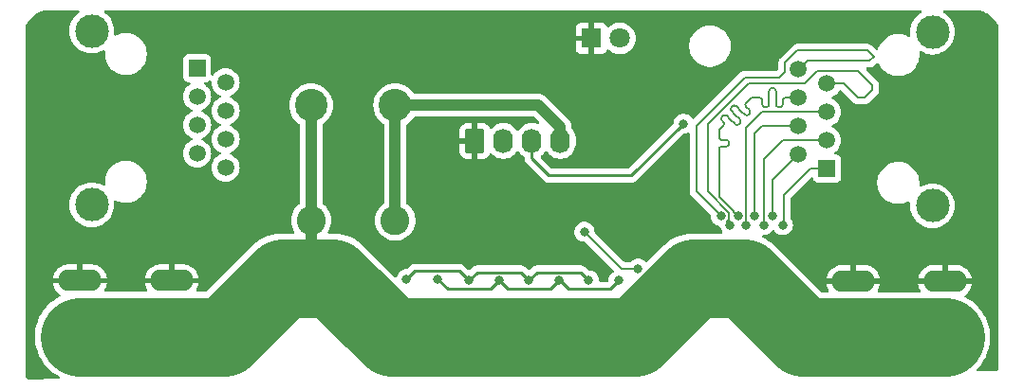
<source format=gbl>
G04 #@! TF.GenerationSoftware,KiCad,Pcbnew,8.0.0*
G04 #@! TF.CreationDate,2024-08-30T12:49:36-05:00*
G04 #@! TF.ProjectId,led_segment,6c65645f-7365-4676-9d65-6e742e6b6963,rev?*
G04 #@! TF.SameCoordinates,Original*
G04 #@! TF.FileFunction,Copper,L2,Bot*
G04 #@! TF.FilePolarity,Positive*
%FSLAX46Y46*%
G04 Gerber Fmt 4.6, Leading zero omitted, Abs format (unit mm)*
G04 Created by KiCad (PCBNEW 8.0.0) date 2024-08-30 12:49:36*
%MOMM*%
%LPD*%
G01*
G04 APERTURE LIST*
G04 Aperture macros list*
%AMRoundRect*
0 Rectangle with rounded corners*
0 $1 Rounding radius*
0 $2 $3 $4 $5 $6 $7 $8 $9 X,Y pos of 4 corners*
0 Add a 4 corners polygon primitive as box body*
4,1,4,$2,$3,$4,$5,$6,$7,$8,$9,$2,$3,0*
0 Add four circle primitives for the rounded corners*
1,1,$1+$1,$2,$3*
1,1,$1+$1,$4,$5*
1,1,$1+$1,$6,$7*
1,1,$1+$1,$8,$9*
0 Add four rect primitives between the rounded corners*
20,1,$1+$1,$2,$3,$4,$5,0*
20,1,$1+$1,$4,$5,$6,$7,0*
20,1,$1+$1,$6,$7,$8,$9,0*
20,1,$1+$1,$8,$9,$2,$3,0*%
G04 Aperture macros list end*
G04 #@! TA.AperFunction,ComponentPad*
%ADD10R,1.800000X1.800000*%
G04 #@! TD*
G04 #@! TA.AperFunction,ComponentPad*
%ADD11C,1.800000*%
G04 #@! TD*
G04 #@! TA.AperFunction,ComponentPad*
%ADD12C,2.600000*%
G04 #@! TD*
G04 #@! TA.AperFunction,ComponentPad*
%ADD13C,2.900000*%
G04 #@! TD*
G04 #@! TA.AperFunction,ComponentPad*
%ADD14O,3.860800X1.930400*%
G04 #@! TD*
G04 #@! TA.AperFunction,ComponentPad*
%ADD15R,1.500000X1.500000*%
G04 #@! TD*
G04 #@! TA.AperFunction,ComponentPad*
%ADD16C,1.500000*%
G04 #@! TD*
G04 #@! TA.AperFunction,ComponentPad*
%ADD17C,3.000000*%
G04 #@! TD*
G04 #@! TA.AperFunction,ComponentPad*
%ADD18RoundRect,0.250000X-0.620000X-0.845000X0.620000X-0.845000X0.620000X0.845000X-0.620000X0.845000X0*%
G04 #@! TD*
G04 #@! TA.AperFunction,ComponentPad*
%ADD19O,1.740000X2.190000*%
G04 #@! TD*
G04 #@! TA.AperFunction,ViaPad*
%ADD20C,0.800000*%
G04 #@! TD*
G04 #@! TA.AperFunction,Conductor*
%ADD21C,0.200000*%
G04 #@! TD*
G04 #@! TA.AperFunction,Conductor*
%ADD22C,0.250000*%
G04 #@! TD*
G04 #@! TA.AperFunction,Conductor*
%ADD23C,1.000000*%
G04 #@! TD*
G04 #@! TA.AperFunction,Conductor*
%ADD24C,7.000000*%
G04 #@! TD*
G04 APERTURE END LIST*
D10*
X193525000Y-122600000D03*
D11*
X196065000Y-122600000D03*
D12*
X176024000Y-138881000D03*
D13*
X176024000Y-128581000D03*
D12*
X168524000Y-138881000D03*
D13*
X168524000Y-128581000D03*
D14*
X156090000Y-149276000D03*
X147890000Y-149276000D03*
X156090000Y-144276000D03*
X147890000Y-144276000D03*
D15*
X214550000Y-134260000D03*
D16*
X212010000Y-132990000D03*
X214550000Y-131720000D03*
X212010000Y-130450000D03*
X214550000Y-129180000D03*
X212010000Y-127910000D03*
X214550000Y-126640000D03*
X212010000Y-125370000D03*
D17*
X223950000Y-137585000D03*
X223950000Y-122045000D03*
D14*
X216882000Y-144349984D03*
X225082000Y-144349984D03*
X216882000Y-149349984D03*
X225082000Y-149349984D03*
D15*
X158350000Y-125270000D03*
D16*
X160890000Y-126540000D03*
X158350000Y-127810000D03*
X160890000Y-129080000D03*
X158350000Y-130350000D03*
X160890000Y-131620000D03*
X158350000Y-132890000D03*
X160890000Y-134160000D03*
D17*
X148950000Y-121945000D03*
X148950000Y-137485000D03*
D18*
X183134000Y-131776500D03*
D19*
X185674000Y-131776500D03*
X188214000Y-131776500D03*
X190754000Y-131776500D03*
D20*
X210600000Y-139300000D03*
X209700000Y-138500000D03*
X208900000Y-139300000D03*
X208100000Y-138500000D03*
X207300000Y-139300000D03*
X206600000Y-138500000D03*
X201738000Y-130240000D03*
X205900000Y-139300000D03*
X197700000Y-143200000D03*
X192900000Y-139900000D03*
X205100000Y-138500000D03*
X187960000Y-144272000D03*
X193294000Y-144272000D03*
X182626000Y-144272000D03*
X177038000Y-144145000D03*
X190627000Y-144272000D03*
X195961000Y-144272000D03*
X185293000Y-144272000D03*
X179832000Y-144145000D03*
D21*
X212780000Y-124600000D02*
X212010000Y-125370000D01*
X218350000Y-124600000D02*
X212780000Y-124600000D01*
X218700000Y-124250000D02*
X218350000Y-124600000D01*
X218150000Y-123700000D02*
X218700000Y-124250000D01*
X210800000Y-124800000D02*
X211900000Y-123700000D01*
X210300000Y-126100000D02*
X210800000Y-125600000D01*
X211900000Y-123700000D02*
X218150000Y-123700000D01*
X210800000Y-125600000D02*
X210800000Y-124800000D01*
X207200000Y-126100000D02*
X210300000Y-126100000D01*
X202900000Y-130400000D02*
X207200000Y-126100000D01*
X202900000Y-136300000D02*
X202900000Y-130400000D01*
X205100000Y-138500000D02*
X202900000Y-136300000D01*
X216040000Y-126640000D02*
X214550000Y-126640000D01*
X218600000Y-126800000D02*
X218600000Y-127200000D01*
X217300000Y-127900000D02*
X216040000Y-126640000D01*
X217300000Y-125500000D02*
X218600000Y-126800000D01*
X203900000Y-130300000D02*
X207560000Y-126640000D01*
X217900000Y-127900000D02*
X217300000Y-127900000D01*
X212560000Y-126640000D02*
X213700000Y-125500000D01*
X213700000Y-125500000D02*
X217300000Y-125500000D01*
X203900000Y-136310050D02*
X203900000Y-130300000D01*
X207560000Y-126640000D02*
X212560000Y-126640000D01*
X205800000Y-138210050D02*
X203900000Y-136310050D01*
X205800000Y-138789950D02*
X205800000Y-138210050D01*
X205900000Y-139300000D02*
X205594975Y-138994975D01*
X218600000Y-127200000D02*
X217900000Y-127900000D01*
X205594975Y-138994975D02*
X205800000Y-138789950D01*
X207627366Y-129006016D02*
G75*
G02*
X207627344Y-129345406I-169666J-169684D01*
G01*
X209383998Y-128520000D02*
G75*
G02*
X209143998Y-128759998I-239998J0D01*
G01*
X205293908Y-130066679D02*
G75*
G02*
X205293925Y-130406105I-169708J-169721D01*
G01*
X204900000Y-131450000D02*
G75*
G03*
X205140000Y-131690000I240000J0D01*
G01*
X206022230Y-128758529D02*
G75*
G03*
X206022265Y-129097906I169670J-169671D01*
G01*
X206693982Y-130278810D02*
G75*
G02*
X206354572Y-130278810I-169705J169700D01*
G01*
X205597966Y-129522206D02*
G75*
G03*
X205258554Y-129522206I-169706J-169704D01*
G01*
X209623998Y-127060000D02*
G75*
G03*
X209384000Y-127300000I2J-240000D01*
G01*
X206778835Y-129854547D02*
G75*
G02*
X206778881Y-130194006I-169735J-169753D01*
G01*
X205173701Y-129607058D02*
G75*
G03*
X205173665Y-129946506I169699J-169742D01*
G01*
X207330381Y-128369619D02*
G75*
G03*
X207330406Y-128709006I169719J-169681D01*
G01*
X205800000Y-132050000D02*
G75*
G02*
X205560000Y-132290000I-240000J0D01*
G01*
X207542512Y-129430281D02*
G75*
G02*
X207203102Y-129430281I-169705J169707D01*
G01*
X206446495Y-128673677D02*
G75*
G03*
X206107083Y-128673677I-169706J-169704D01*
G01*
X205560000Y-131690000D02*
G75*
G02*
X205800000Y-131930000I0J-240000D01*
G01*
X205140000Y-132290000D02*
G75*
G03*
X204900000Y-132530000I0J-240000D01*
G01*
X209023998Y-128760000D02*
G75*
G02*
X208784000Y-128520000I2J240000D01*
G01*
X210583998Y-128520000D02*
G75*
G02*
X210343998Y-128759998I-239998J0D01*
G01*
X210823998Y-127910000D02*
G75*
G03*
X210584000Y-128150000I2J-240000D01*
G01*
X210223998Y-128760000D02*
G75*
G02*
X209984000Y-128520000I2J240000D01*
G01*
X208783998Y-128150000D02*
G75*
G03*
X208543998Y-127910002I-239998J0D01*
G01*
X209983998Y-127300000D02*
G75*
G03*
X209743998Y-127060002I-239998J0D01*
G01*
X207203101Y-129430282D02*
X206906117Y-129133298D01*
X209383998Y-127300000D02*
X209383998Y-127910000D01*
X206107083Y-128673677D02*
X206022230Y-128758529D01*
X209383998Y-127910000D02*
X209383998Y-128520000D01*
X208423998Y-127910000D02*
X207790000Y-127910000D01*
X206312143Y-129387854D02*
X206778835Y-129854547D01*
X207627366Y-129345428D02*
X207542513Y-129430282D01*
X208543998Y-127910000D02*
X208423998Y-127910000D01*
X208783998Y-128520000D02*
X208783998Y-128150000D01*
X207330381Y-128709031D02*
X207627366Y-129006016D01*
X205258554Y-129522206D02*
X205173701Y-129607058D01*
X212010000Y-127910000D02*
X210823998Y-127910000D01*
X209143998Y-128760000D02*
X209023998Y-128760000D01*
X206906117Y-129133298D02*
X206446495Y-128673677D01*
X209983998Y-128520000D02*
X209983998Y-128150000D01*
X205560000Y-132290000D02*
X205140000Y-132290000D01*
X209983998Y-128150000D02*
X209983998Y-127300000D01*
X204900000Y-136744364D02*
X206200000Y-138044364D01*
X205887881Y-129812121D02*
X205597966Y-129522206D01*
X207790000Y-127910000D02*
X207330381Y-128369619D01*
X205140000Y-131690000D02*
X205560000Y-131690000D01*
X210343998Y-128760000D02*
X210223998Y-128760000D01*
X209743998Y-127060000D02*
X209623998Y-127060000D01*
X210583998Y-128150000D02*
X210583998Y-128520000D01*
X205800000Y-131930000D02*
X205800000Y-132050000D01*
X204900000Y-132650000D02*
X204900000Y-133096270D01*
X206200000Y-138100000D02*
X206600000Y-138500000D01*
X206200000Y-138044364D02*
X206200000Y-138100000D01*
X204900000Y-130800000D02*
X204900000Y-131450000D01*
X205209057Y-130490942D02*
X204900000Y-130800000D01*
X204900000Y-132530000D02*
X204900000Y-132650000D01*
X205293909Y-130406089D02*
X205209057Y-130490942D01*
X205173701Y-129946470D02*
X205293909Y-130066678D01*
X206354571Y-130278811D02*
X205887881Y-129812121D01*
X206778834Y-130193959D02*
X206693983Y-130278811D01*
X206022230Y-129097941D02*
X206312143Y-129387854D01*
X204900000Y-133096270D02*
X204900000Y-136744364D01*
X212010000Y-127910000D02*
X211600000Y-127500000D01*
X197700000Y-143200000D02*
X196200000Y-143200000D01*
X196200000Y-143200000D02*
X192900000Y-139900000D01*
X213040000Y-134260000D02*
X214550000Y-134260000D01*
X210600000Y-139300000D02*
X210700000Y-139200000D01*
X210700000Y-136600000D02*
X213040000Y-134260000D01*
X210700000Y-139200000D02*
X210700000Y-136600000D01*
X212010000Y-132990000D02*
X209700000Y-135300000D01*
X209700000Y-135300000D02*
X209700000Y-138500000D01*
X214550000Y-131720000D02*
X210580000Y-131720000D01*
X208900000Y-133400000D02*
X208900000Y-139300000D01*
X210580000Y-131720000D02*
X208900000Y-133400000D01*
X208750000Y-130450000D02*
X208100000Y-131100000D01*
X208100000Y-131100000D02*
X208100000Y-138500000D01*
X212010000Y-130450000D02*
X208750000Y-130450000D01*
X208720000Y-129180000D02*
X214550000Y-129180000D01*
X207300000Y-130600000D02*
X208720000Y-129180000D01*
X207300000Y-139300000D02*
X207300000Y-130600000D01*
D22*
X201738000Y-130240000D02*
X197104000Y-134874000D01*
X189738000Y-134874000D02*
X188214000Y-133350000D01*
X197104000Y-134874000D02*
X189738000Y-134874000D01*
X188214000Y-133350000D02*
X188214000Y-131776500D01*
D23*
X190754000Y-130556000D02*
X190754000Y-131776500D01*
X188779000Y-128581000D02*
X190754000Y-130556000D01*
X176024000Y-128581000D02*
X188779000Y-128581000D01*
X176024000Y-128581000D02*
X176024000Y-138881000D01*
D24*
X202696957Y-144067000D02*
X207129043Y-144067000D01*
X207129043Y-144067000D02*
X212412027Y-149349984D01*
X212412027Y-149349984D02*
X216882000Y-149349984D01*
X216882000Y-149349984D02*
X225082000Y-149349984D01*
X170426043Y-144067000D02*
X175709027Y-149349984D01*
D23*
X168524000Y-141536957D02*
X165993957Y-144067000D01*
D24*
X160784957Y-149276000D02*
X165993957Y-144067000D01*
X165993957Y-144067000D02*
X170426043Y-144067000D01*
X147890000Y-149276000D02*
X156090000Y-149276000D01*
D23*
X168524000Y-138881000D02*
X168524000Y-141536957D01*
D24*
X175709027Y-149349984D02*
X197413973Y-149349984D01*
X156090000Y-149276000D02*
X160784957Y-149276000D01*
D23*
X168524000Y-128581000D02*
X168524000Y-138881000D01*
D24*
X197413973Y-149349984D02*
X202696957Y-144067000D01*
D22*
X183351000Y-143547000D02*
X182626000Y-144272000D01*
X193294000Y-144272000D02*
X192569000Y-143547000D01*
X192569000Y-143547000D02*
X188685000Y-143547000D01*
X177763000Y-143420000D02*
X177038000Y-144145000D01*
X181774000Y-143420000D02*
X177763000Y-143420000D01*
X182626000Y-144272000D02*
X181774000Y-143420000D01*
X188685000Y-143547000D02*
X187960000Y-144272000D01*
X187235000Y-143547000D02*
X183351000Y-143547000D01*
X187960000Y-144272000D02*
X187235000Y-143547000D01*
X180684000Y-144997000D02*
X184568000Y-144997000D01*
X185293000Y-144272000D02*
X186018000Y-144997000D01*
X189902000Y-144997000D02*
X190627000Y-144272000D01*
X191479000Y-144997000D02*
X195236000Y-144997000D01*
X190754000Y-144272000D02*
X191479000Y-144997000D01*
X179832000Y-144145000D02*
X180684000Y-144997000D01*
X195236000Y-144997000D02*
X195961000Y-144272000D01*
X184568000Y-144997000D02*
X185293000Y-144272000D01*
X186018000Y-144997000D02*
X189902000Y-144997000D01*
X190627000Y-144272000D02*
X190754000Y-144272000D01*
X195900000Y-144211000D02*
X195961000Y-144272000D01*
G04 #@! TA.AperFunction,Conductor*
G36*
X147797642Y-120099685D02*
G01*
X147843397Y-120152489D01*
X147853341Y-120221647D01*
X147824316Y-120285203D01*
X147804913Y-120303267D01*
X147636612Y-120429254D01*
X147636594Y-120429270D01*
X147434270Y-120631594D01*
X147434254Y-120631612D01*
X147262775Y-120860682D01*
X147262770Y-120860690D01*
X147125635Y-121111833D01*
X147025628Y-121379962D01*
X146964804Y-121659566D01*
X146944390Y-121944998D01*
X146944390Y-121945001D01*
X146964804Y-122230433D01*
X147025628Y-122510037D01*
X147025630Y-122510043D01*
X147025631Y-122510046D01*
X147097933Y-122703895D01*
X147125635Y-122778166D01*
X147262770Y-123029309D01*
X147262775Y-123029317D01*
X147434254Y-123258387D01*
X147434270Y-123258405D01*
X147636594Y-123460729D01*
X147636612Y-123460745D01*
X147865682Y-123632224D01*
X147865690Y-123632229D01*
X148116833Y-123769364D01*
X148116832Y-123769364D01*
X148116836Y-123769365D01*
X148116839Y-123769367D01*
X148384954Y-123869369D01*
X148384960Y-123869370D01*
X148384962Y-123869371D01*
X148664566Y-123930195D01*
X148664568Y-123930195D01*
X148664572Y-123930196D01*
X148918220Y-123948337D01*
X148949999Y-123950610D01*
X148950000Y-123950610D01*
X148950001Y-123950610D01*
X148978595Y-123948564D01*
X149235428Y-123930196D01*
X149364143Y-123902196D01*
X149515037Y-123869371D01*
X149515037Y-123869370D01*
X149515046Y-123869369D01*
X149783161Y-123769367D01*
X149951993Y-123677177D01*
X150020263Y-123662326D01*
X150085728Y-123686742D01*
X150127599Y-123742676D01*
X150134357Y-123802194D01*
X150124501Y-123877060D01*
X150124500Y-123877079D01*
X150124500Y-124122934D01*
X150144873Y-124277671D01*
X150156591Y-124366677D01*
X150210592Y-124568213D01*
X150220222Y-124604152D01*
X150220225Y-124604162D01*
X150314173Y-124830971D01*
X150314306Y-124831292D01*
X150437233Y-125044208D01*
X150437235Y-125044211D01*
X150437236Y-125044212D01*
X150586897Y-125239254D01*
X150586903Y-125239261D01*
X150760738Y-125413096D01*
X150760744Y-125413101D01*
X150955792Y-125562767D01*
X151168708Y-125685694D01*
X151395847Y-125779778D01*
X151633323Y-125843409D01*
X151877073Y-125875500D01*
X151877080Y-125875500D01*
X152122920Y-125875500D01*
X152122927Y-125875500D01*
X152366677Y-125843409D01*
X152604153Y-125779778D01*
X152831292Y-125685694D01*
X153044208Y-125562767D01*
X153239256Y-125413101D01*
X153413101Y-125239256D01*
X153562767Y-125044208D01*
X153685694Y-124831292D01*
X153779778Y-124604153D01*
X153843409Y-124366677D01*
X153875500Y-124122927D01*
X153875500Y-123877073D01*
X153843409Y-123633323D01*
X153820505Y-123547844D01*
X192125000Y-123547844D01*
X192131401Y-123607372D01*
X192131403Y-123607379D01*
X192181645Y-123742086D01*
X192181649Y-123742093D01*
X192267809Y-123857187D01*
X192267812Y-123857190D01*
X192382906Y-123943350D01*
X192382913Y-123943354D01*
X192517620Y-123993596D01*
X192517627Y-123993598D01*
X192577155Y-123999999D01*
X192577172Y-124000000D01*
X193275000Y-124000000D01*
X193275000Y-122975277D01*
X193351306Y-123019333D01*
X193465756Y-123050000D01*
X193584244Y-123050000D01*
X193698694Y-123019333D01*
X193775000Y-122975277D01*
X193775000Y-124000000D01*
X194472828Y-124000000D01*
X194472844Y-123999999D01*
X194532372Y-123993598D01*
X194532379Y-123993596D01*
X194667086Y-123943354D01*
X194667093Y-123943350D01*
X194782187Y-123857190D01*
X194782190Y-123857187D01*
X194868350Y-123742093D01*
X194868355Y-123742084D01*
X194897075Y-123665081D01*
X194938945Y-123609147D01*
X195004409Y-123584729D01*
X195072682Y-123599580D01*
X195104484Y-123624428D01*
X195113216Y-123633913D01*
X195113219Y-123633915D01*
X195113222Y-123633918D01*
X195296365Y-123776464D01*
X195296371Y-123776468D01*
X195296374Y-123776470D01*
X195500497Y-123886936D01*
X195614487Y-123926068D01*
X195720015Y-123962297D01*
X195720017Y-123962297D01*
X195720019Y-123962298D01*
X195948951Y-124000500D01*
X195948952Y-124000500D01*
X196181048Y-124000500D01*
X196181049Y-124000500D01*
X196409981Y-123962298D01*
X196629503Y-123886936D01*
X196833626Y-123776470D01*
X196889062Y-123733323D01*
X196976739Y-123665081D01*
X197016784Y-123633913D01*
X197173979Y-123463153D01*
X197201331Y-123421288D01*
X202249500Y-123421288D01*
X202281161Y-123661785D01*
X202343947Y-123896104D01*
X202436773Y-124120205D01*
X202436777Y-124120214D01*
X202458974Y-124158661D01*
X202558064Y-124330289D01*
X202558066Y-124330292D01*
X202558067Y-124330293D01*
X202705733Y-124522736D01*
X202705739Y-124522743D01*
X202877256Y-124694260D01*
X202877263Y-124694266D01*
X202912032Y-124720945D01*
X203069711Y-124841936D01*
X203279788Y-124963224D01*
X203503900Y-125056054D01*
X203738211Y-125118838D01*
X203918586Y-125142584D01*
X203978711Y-125150500D01*
X203978712Y-125150500D01*
X204221289Y-125150500D01*
X204269388Y-125144167D01*
X204461789Y-125118838D01*
X204696100Y-125056054D01*
X204920212Y-124963224D01*
X205130289Y-124841936D01*
X205322738Y-124694265D01*
X205494265Y-124522738D01*
X205641936Y-124330289D01*
X205763224Y-124120212D01*
X205856054Y-123896100D01*
X205918838Y-123661789D01*
X205950500Y-123421288D01*
X205950500Y-123178712D01*
X205918838Y-122938211D01*
X205856054Y-122703900D01*
X205763224Y-122479788D01*
X205641936Y-122269711D01*
X205494265Y-122077262D01*
X205494260Y-122077256D01*
X205322743Y-121905739D01*
X205322736Y-121905733D01*
X205130293Y-121758067D01*
X205130292Y-121758066D01*
X205130289Y-121758064D01*
X204920212Y-121636776D01*
X204920205Y-121636773D01*
X204696104Y-121543947D01*
X204461785Y-121481161D01*
X204221289Y-121449500D01*
X204221288Y-121449500D01*
X203978712Y-121449500D01*
X203978711Y-121449500D01*
X203738214Y-121481161D01*
X203503895Y-121543947D01*
X203279794Y-121636773D01*
X203279785Y-121636777D01*
X203069706Y-121758067D01*
X202877263Y-121905733D01*
X202877256Y-121905739D01*
X202705739Y-122077256D01*
X202705733Y-122077263D01*
X202558067Y-122269706D01*
X202436777Y-122479785D01*
X202436773Y-122479794D01*
X202343947Y-122703895D01*
X202281161Y-122938214D01*
X202249500Y-123178711D01*
X202249500Y-123421288D01*
X197201331Y-123421288D01*
X197300924Y-123268849D01*
X197394157Y-123056300D01*
X197451134Y-122831305D01*
X197456981Y-122760744D01*
X197470300Y-122600006D01*
X197470300Y-122599993D01*
X197451135Y-122368702D01*
X197451133Y-122368691D01*
X197394157Y-122143699D01*
X197300924Y-121931151D01*
X197173983Y-121736852D01*
X197173980Y-121736849D01*
X197173979Y-121736847D01*
X197016784Y-121566087D01*
X197016779Y-121566083D01*
X197016777Y-121566081D01*
X196833634Y-121423535D01*
X196833628Y-121423531D01*
X196629504Y-121313064D01*
X196629495Y-121313061D01*
X196409984Y-121237702D01*
X196222404Y-121206401D01*
X196181049Y-121199500D01*
X195948951Y-121199500D01*
X195907596Y-121206401D01*
X195720015Y-121237702D01*
X195500504Y-121313061D01*
X195500495Y-121313064D01*
X195296371Y-121423531D01*
X195296365Y-121423535D01*
X195113222Y-121566081D01*
X195113215Y-121566087D01*
X195104484Y-121575572D01*
X195044595Y-121611561D01*
X194974757Y-121609458D01*
X194917143Y-121569932D01*
X194897075Y-121534918D01*
X194868355Y-121457915D01*
X194868350Y-121457906D01*
X194782190Y-121342812D01*
X194782187Y-121342809D01*
X194667093Y-121256649D01*
X194667086Y-121256645D01*
X194532379Y-121206403D01*
X194532372Y-121206401D01*
X194472844Y-121200000D01*
X193775000Y-121200000D01*
X193775000Y-122224722D01*
X193698694Y-122180667D01*
X193584244Y-122150000D01*
X193465756Y-122150000D01*
X193351306Y-122180667D01*
X193275000Y-122224722D01*
X193275000Y-121200000D01*
X192577155Y-121200000D01*
X192517627Y-121206401D01*
X192517620Y-121206403D01*
X192382913Y-121256645D01*
X192382906Y-121256649D01*
X192267812Y-121342809D01*
X192267809Y-121342812D01*
X192181649Y-121457906D01*
X192181645Y-121457913D01*
X192131403Y-121592620D01*
X192131401Y-121592627D01*
X192125000Y-121652155D01*
X192125000Y-122350000D01*
X193149722Y-122350000D01*
X193105667Y-122426306D01*
X193075000Y-122540756D01*
X193075000Y-122659244D01*
X193105667Y-122773694D01*
X193149722Y-122850000D01*
X192125000Y-122850000D01*
X192125000Y-123547844D01*
X153820505Y-123547844D01*
X153779778Y-123395847D01*
X153685694Y-123168708D01*
X153562767Y-122955792D01*
X153467238Y-122831297D01*
X153413102Y-122760745D01*
X153413096Y-122760738D01*
X153239261Y-122586903D01*
X153239254Y-122586897D01*
X153044212Y-122437236D01*
X153044211Y-122437235D01*
X153044208Y-122437233D01*
X152859216Y-122330428D01*
X152831294Y-122314307D01*
X152831285Y-122314303D01*
X152604162Y-122220225D01*
X152604155Y-122220223D01*
X152604153Y-122220222D01*
X152366677Y-122156591D01*
X152325939Y-122151227D01*
X152122934Y-122124500D01*
X152122927Y-122124500D01*
X151877073Y-122124500D01*
X151877065Y-122124500D01*
X151645059Y-122155045D01*
X151633323Y-122156591D01*
X151395847Y-122220222D01*
X151395837Y-122220225D01*
X151168714Y-122314303D01*
X151168709Y-122314305D01*
X151121232Y-122341716D01*
X151053332Y-122358187D01*
X150987305Y-122335335D01*
X150944115Y-122280413D01*
X150935549Y-122225485D01*
X150955610Y-121945000D01*
X150935196Y-121659572D01*
X150930237Y-121636777D01*
X150874371Y-121379962D01*
X150874370Y-121379960D01*
X150874369Y-121379954D01*
X150774367Y-121111839D01*
X150691830Y-120960685D01*
X150637229Y-120860690D01*
X150637224Y-120860682D01*
X150465745Y-120631612D01*
X150465729Y-120631594D01*
X150263405Y-120429270D01*
X150263387Y-120429254D01*
X150095087Y-120303267D01*
X150053215Y-120247334D01*
X150048231Y-120177642D01*
X150081716Y-120116319D01*
X150143039Y-120082834D01*
X150169397Y-120080000D01*
X222888562Y-120080000D01*
X222955601Y-120099685D01*
X223001356Y-120152489D01*
X223011300Y-120221647D01*
X222982275Y-120285203D01*
X222947989Y-120312832D01*
X222865690Y-120357770D01*
X222865682Y-120357775D01*
X222636612Y-120529254D01*
X222636594Y-120529270D01*
X222434270Y-120731594D01*
X222434254Y-120731612D01*
X222262775Y-120960682D01*
X222262770Y-120960690D01*
X222125635Y-121211833D01*
X222025628Y-121479962D01*
X221964804Y-121759566D01*
X221944390Y-122044998D01*
X221944390Y-122045001D01*
X221964450Y-122325482D01*
X221949598Y-122393755D01*
X221900193Y-122443160D01*
X221831920Y-122458012D01*
X221778766Y-122441715D01*
X221731295Y-122414307D01*
X221731285Y-122414303D01*
X221504162Y-122320225D01*
X221504155Y-122320223D01*
X221504153Y-122320222D01*
X221266677Y-122256591D01*
X221225939Y-122251227D01*
X221022934Y-122224500D01*
X221022927Y-122224500D01*
X220777073Y-122224500D01*
X220777065Y-122224500D01*
X220545059Y-122255045D01*
X220533323Y-122256591D01*
X220317937Y-122314303D01*
X220295847Y-122320222D01*
X220295837Y-122320225D01*
X220068714Y-122414303D01*
X220068705Y-122414307D01*
X219855787Y-122537236D01*
X219660745Y-122686897D01*
X219660738Y-122686903D01*
X219486903Y-122860738D01*
X219486897Y-122860745D01*
X219337236Y-123055787D01*
X219214307Y-123268705D01*
X219214303Y-123268714D01*
X219120225Y-123495837D01*
X219120220Y-123495851D01*
X219107098Y-123544823D01*
X219070732Y-123604483D01*
X219007885Y-123635011D01*
X218938509Y-123626714D01*
X218899643Y-123600408D01*
X218637590Y-123338355D01*
X218637588Y-123338352D01*
X218518717Y-123219481D01*
X218518709Y-123219475D01*
X218410995Y-123157287D01*
X218410992Y-123157286D01*
X218381786Y-123140423D01*
X218381787Y-123140423D01*
X218320693Y-123124053D01*
X218229057Y-123099499D01*
X218070943Y-123099499D01*
X218063347Y-123099499D01*
X218063331Y-123099500D01*
X211986669Y-123099500D01*
X211986653Y-123099499D01*
X211979057Y-123099499D01*
X211820943Y-123099499D01*
X211729306Y-123124053D01*
X211668213Y-123140423D01*
X211639008Y-123157286D01*
X211639005Y-123157287D01*
X211531290Y-123219475D01*
X211531282Y-123219481D01*
X210319479Y-124431284D01*
X210302905Y-124459992D01*
X210295899Y-124472128D01*
X210240423Y-124568215D01*
X210199499Y-124720943D01*
X210199499Y-124720945D01*
X210199499Y-124889046D01*
X210199500Y-124889059D01*
X210199500Y-125299901D01*
X210179815Y-125366940D01*
X210163182Y-125387582D01*
X210087584Y-125463181D01*
X210026261Y-125496666D01*
X209999902Y-125499500D01*
X207279057Y-125499500D01*
X207120942Y-125499500D01*
X206968215Y-125540423D01*
X206968214Y-125540423D01*
X206968212Y-125540424D01*
X206968209Y-125540425D01*
X206918096Y-125569359D01*
X206918095Y-125569360D01*
X206902434Y-125578402D01*
X206831285Y-125619479D01*
X206831282Y-125619481D01*
X206719478Y-125731286D01*
X202684523Y-129766240D01*
X202623200Y-129799725D01*
X202553508Y-129794741D01*
X202497575Y-129752869D01*
X202489454Y-129740557D01*
X202470533Y-129707784D01*
X202470402Y-129707639D01*
X202343870Y-129567111D01*
X202190734Y-129455851D01*
X202190729Y-129455848D01*
X202017807Y-129378857D01*
X202017802Y-129378855D01*
X201872001Y-129347865D01*
X201832646Y-129339500D01*
X201643354Y-129339500D01*
X201610897Y-129346398D01*
X201458197Y-129378855D01*
X201458192Y-129378857D01*
X201285270Y-129455848D01*
X201285265Y-129455851D01*
X201132129Y-129567111D01*
X201005466Y-129707785D01*
X200910821Y-129871715D01*
X200910818Y-129871722D01*
X200852327Y-130051740D01*
X200852326Y-130051744D01*
X200837586Y-130191993D01*
X200834679Y-130219649D01*
X200808094Y-130284263D01*
X200799039Y-130294368D01*
X196881229Y-134212181D01*
X196819906Y-134245666D01*
X196793548Y-134248500D01*
X190048453Y-134248500D01*
X189981414Y-134228815D01*
X189960772Y-134212181D01*
X189029138Y-133280547D01*
X188995653Y-133219224D01*
X189000637Y-133149532D01*
X189042509Y-133093599D01*
X189043802Y-133092644D01*
X189106821Y-133046859D01*
X189259359Y-132894321D01*
X189383682Y-132723204D01*
X189439012Y-132680540D01*
X189508626Y-132674561D01*
X189570420Y-132707167D01*
X189584315Y-132723202D01*
X189708641Y-132894321D01*
X189861179Y-133046859D01*
X190035701Y-133173657D01*
X190227911Y-133271592D01*
X190433074Y-133338254D01*
X190512973Y-133350908D01*
X190646134Y-133372000D01*
X190646139Y-133372000D01*
X190861866Y-133372000D01*
X190981059Y-133353121D01*
X191074926Y-133338254D01*
X191280089Y-133271592D01*
X191472299Y-133173657D01*
X191646821Y-133046859D01*
X191799359Y-132894321D01*
X191926157Y-132719799D01*
X192024092Y-132527589D01*
X192090754Y-132322426D01*
X192105752Y-132227730D01*
X192124500Y-132109366D01*
X192124500Y-131443633D01*
X192094734Y-131255703D01*
X192090754Y-131230574D01*
X192024092Y-131025411D01*
X191926157Y-130833201D01*
X191799359Y-130658679D01*
X191790819Y-130650139D01*
X191757334Y-130588816D01*
X191754500Y-130562458D01*
X191754500Y-130457458D01*
X191754499Y-130457455D01*
X191752820Y-130449016D01*
X191723499Y-130301606D01*
X191716051Y-130264164D01*
X191706042Y-130240000D01*
X191692604Y-130207557D01*
X191640635Y-130082092D01*
X191640628Y-130082079D01*
X191531139Y-129918218D01*
X191531136Y-129918214D01*
X191388686Y-129775764D01*
X191388655Y-129775735D01*
X189560479Y-127947559D01*
X189560459Y-127947537D01*
X189416785Y-127803863D01*
X189416781Y-127803860D01*
X189252917Y-127694369D01*
X189112152Y-127636063D01*
X189112149Y-127636061D01*
X189070840Y-127618950D01*
X189070828Y-127618947D01*
X188935470Y-127592023D01*
X188877543Y-127580500D01*
X188877541Y-127580500D01*
X177773212Y-127580500D01*
X177706173Y-127560815D01*
X177672270Y-127526912D01*
X177671710Y-127527332D01*
X177501861Y-127300439D01*
X177501845Y-127300421D01*
X177304578Y-127103154D01*
X177304560Y-127103138D01*
X177081215Y-126935945D01*
X177081207Y-126935940D01*
X176836342Y-126802233D01*
X176836338Y-126802231D01*
X176717687Y-126757977D01*
X176574923Y-126704729D01*
X176574919Y-126704728D01*
X176574916Y-126704727D01*
X176302299Y-126645422D01*
X176024001Y-126625518D01*
X176023999Y-126625518D01*
X175745700Y-126645422D01*
X175473083Y-126704727D01*
X175473078Y-126704728D01*
X175473077Y-126704729D01*
X175429603Y-126720944D01*
X175211661Y-126802231D01*
X175211657Y-126802233D01*
X174966792Y-126935940D01*
X174966784Y-126935945D01*
X174743439Y-127103138D01*
X174743421Y-127103154D01*
X174546154Y-127300421D01*
X174546138Y-127300439D01*
X174378945Y-127523784D01*
X174378940Y-127523792D01*
X174245233Y-127768657D01*
X174245231Y-127768661D01*
X174147727Y-128030083D01*
X174088422Y-128302700D01*
X174068518Y-128580998D01*
X174068518Y-128581001D01*
X174088422Y-128859299D01*
X174143785Y-129113793D01*
X174147729Y-129131923D01*
X174170279Y-129192382D01*
X174245231Y-129393338D01*
X174245233Y-129393342D01*
X174378940Y-129638207D01*
X174378945Y-129638215D01*
X174546138Y-129861560D01*
X174546154Y-129861578D01*
X174743421Y-130058845D01*
X174743439Y-130058861D01*
X174970332Y-130228710D01*
X174969703Y-130229549D01*
X175012293Y-130278697D01*
X175023500Y-130330212D01*
X175023500Y-137318440D01*
X175003815Y-137385479D01*
X174969353Y-137420893D01*
X174898260Y-137469364D01*
X174700442Y-137652910D01*
X174532185Y-137863898D01*
X174397258Y-138097599D01*
X174397256Y-138097603D01*
X174298666Y-138348804D01*
X174298664Y-138348811D01*
X174238616Y-138611898D01*
X174218451Y-138880995D01*
X174218451Y-138881004D01*
X174238616Y-139150101D01*
X174298664Y-139413188D01*
X174298666Y-139413195D01*
X174397256Y-139664396D01*
X174397258Y-139664400D01*
X174424590Y-139711740D01*
X174532185Y-139898102D01*
X174650780Y-140046815D01*
X174700442Y-140109089D01*
X174864409Y-140261227D01*
X174898259Y-140292635D01*
X175121226Y-140444651D01*
X175121229Y-140444652D01*
X175121230Y-140444653D01*
X175124503Y-140446229D01*
X175364359Y-140561738D01*
X175622228Y-140641280D01*
X175622229Y-140641280D01*
X175622232Y-140641281D01*
X175889063Y-140681499D01*
X175889068Y-140681499D01*
X175889071Y-140681500D01*
X175889072Y-140681500D01*
X176158928Y-140681500D01*
X176158929Y-140681500D01*
X176158936Y-140681499D01*
X176425767Y-140641281D01*
X176425768Y-140641280D01*
X176425772Y-140641280D01*
X176683641Y-140561738D01*
X176923496Y-140446230D01*
X176926767Y-140444655D01*
X176926767Y-140444654D01*
X176926775Y-140444651D01*
X177149741Y-140292635D01*
X177347561Y-140109085D01*
X177515815Y-139898102D01*
X177650743Y-139664398D01*
X177749334Y-139413195D01*
X177809383Y-139150103D01*
X177825748Y-138931722D01*
X177829549Y-138881004D01*
X177829549Y-138880995D01*
X177809383Y-138611898D01*
X177799664Y-138569315D01*
X177749334Y-138348805D01*
X177650743Y-138097602D01*
X177515815Y-137863898D01*
X177347561Y-137652915D01*
X177347560Y-137652914D01*
X177347557Y-137652910D01*
X177191444Y-137508060D01*
X177149741Y-137469365D01*
X177149737Y-137469362D01*
X177149730Y-137469356D01*
X177078648Y-137420893D01*
X177034346Y-137366864D01*
X177024500Y-137318440D01*
X177024500Y-130330212D01*
X177044185Y-130263173D01*
X177078087Y-130229270D01*
X177077668Y-130228710D01*
X177304560Y-130058861D01*
X177304560Y-130058860D01*
X177304568Y-130058855D01*
X177501855Y-129861568D01*
X177566109Y-129775735D01*
X177671710Y-129634668D01*
X177672549Y-129635296D01*
X177721697Y-129592707D01*
X177773212Y-129581500D01*
X188313218Y-129581500D01*
X188380257Y-129601185D01*
X188400899Y-129617819D01*
X188855405Y-130072325D01*
X188888890Y-130133648D01*
X188883906Y-130203340D01*
X188842034Y-130259273D01*
X188776570Y-130283690D01*
X188729406Y-130277937D01*
X188534926Y-130214746D01*
X188534924Y-130214745D01*
X188534922Y-130214745D01*
X188321866Y-130181000D01*
X188321861Y-130181000D01*
X188106139Y-130181000D01*
X188106134Y-130181000D01*
X187893077Y-130214745D01*
X187687908Y-130281409D01*
X187495700Y-130379343D01*
X187411629Y-130440425D01*
X187321179Y-130506141D01*
X187321177Y-130506143D01*
X187321176Y-130506143D01*
X187168643Y-130658676D01*
X187168643Y-130658677D01*
X187168641Y-130658679D01*
X187105075Y-130746170D01*
X187044318Y-130829794D01*
X186988988Y-130872459D01*
X186919374Y-130878438D01*
X186857579Y-130845832D01*
X186843682Y-130829794D01*
X186807017Y-130779330D01*
X186719359Y-130658679D01*
X186566821Y-130506141D01*
X186392299Y-130379343D01*
X186200089Y-130281408D01*
X185994926Y-130214746D01*
X185994924Y-130214745D01*
X185994922Y-130214745D01*
X185781866Y-130181000D01*
X185781861Y-130181000D01*
X185566139Y-130181000D01*
X185566134Y-130181000D01*
X185353077Y-130214745D01*
X185147908Y-130281409D01*
X184955700Y-130379343D01*
X184781180Y-130506140D01*
X184638816Y-130648504D01*
X184577493Y-130681988D01*
X184507801Y-130677004D01*
X184451868Y-130635132D01*
X184438748Y-130613216D01*
X184438356Y-130612376D01*
X184346315Y-130463154D01*
X184222345Y-130339184D01*
X184073124Y-130247143D01*
X184073119Y-130247141D01*
X183906697Y-130191994D01*
X183906690Y-130191993D01*
X183803986Y-130181500D01*
X183384000Y-130181500D01*
X183384000Y-131233790D01*
X183363661Y-131222048D01*
X183212333Y-131181500D01*
X183055667Y-131181500D01*
X182904339Y-131222048D01*
X182884000Y-131233790D01*
X182884000Y-130181500D01*
X182464028Y-130181500D01*
X182464012Y-130181501D01*
X182361302Y-130191994D01*
X182194880Y-130247141D01*
X182194875Y-130247143D01*
X182045654Y-130339184D01*
X181921684Y-130463154D01*
X181829643Y-130612375D01*
X181829641Y-130612380D01*
X181774494Y-130778802D01*
X181774493Y-130778809D01*
X181764000Y-130881513D01*
X181764000Y-131526500D01*
X182591291Y-131526500D01*
X182579548Y-131546839D01*
X182539000Y-131698167D01*
X182539000Y-131854833D01*
X182579548Y-132006161D01*
X182591291Y-132026500D01*
X181764001Y-132026500D01*
X181764001Y-132671486D01*
X181774494Y-132774197D01*
X181829641Y-132940619D01*
X181829643Y-132940624D01*
X181921684Y-133089845D01*
X182045654Y-133213815D01*
X182194875Y-133305856D01*
X182194880Y-133305858D01*
X182361302Y-133361005D01*
X182361309Y-133361006D01*
X182464019Y-133371499D01*
X182883999Y-133371499D01*
X182884000Y-133371498D01*
X182884000Y-132319209D01*
X182904339Y-132330952D01*
X183055667Y-132371500D01*
X183212333Y-132371500D01*
X183363661Y-132330952D01*
X183384000Y-132319209D01*
X183384000Y-133371499D01*
X183803972Y-133371499D01*
X183803986Y-133371498D01*
X183906697Y-133361005D01*
X184073119Y-133305858D01*
X184073124Y-133305856D01*
X184222345Y-133213815D01*
X184346315Y-133089845D01*
X184438354Y-132940627D01*
X184438745Y-132939789D01*
X184439167Y-132939309D01*
X184442149Y-132934475D01*
X184442974Y-132934984D01*
X184484910Y-132887343D01*
X184552100Y-132868181D01*
X184618984Y-132888387D01*
X184638816Y-132904496D01*
X184781179Y-133046859D01*
X184955701Y-133173657D01*
X185147911Y-133271592D01*
X185353074Y-133338254D01*
X185432973Y-133350908D01*
X185566134Y-133372000D01*
X185566139Y-133372000D01*
X185781866Y-133372000D01*
X185901059Y-133353121D01*
X185994926Y-133338254D01*
X186200089Y-133271592D01*
X186392299Y-133173657D01*
X186566821Y-133046859D01*
X186719359Y-132894321D01*
X186843682Y-132723204D01*
X186899012Y-132680540D01*
X186968626Y-132674561D01*
X187030420Y-132707167D01*
X187044315Y-132723202D01*
X187168641Y-132894321D01*
X187321179Y-133046859D01*
X187495701Y-133173657D01*
X187520792Y-133186441D01*
X187571589Y-133234414D01*
X187588500Y-133296927D01*
X187588500Y-133411611D01*
X187612535Y-133532444D01*
X187612540Y-133532461D01*
X187659684Y-133646278D01*
X187659691Y-133646292D01*
X187668518Y-133659501D01*
X187668520Y-133659503D01*
X187728140Y-133748731D01*
X187728141Y-133748732D01*
X187728142Y-133748733D01*
X187815267Y-133835858D01*
X187815268Y-133835858D01*
X187822335Y-133842925D01*
X187822334Y-133842925D01*
X187822337Y-133842927D01*
X189252141Y-135272732D01*
X189252142Y-135272733D01*
X189318982Y-135339573D01*
X189339269Y-135359860D01*
X189339271Y-135359861D01*
X189393666Y-135396207D01*
X189393667Y-135396207D01*
X189441714Y-135428311D01*
X189555548Y-135475463D01*
X189676388Y-135499499D01*
X189676392Y-135499500D01*
X189676393Y-135499500D01*
X197165607Y-135499500D01*
X197226029Y-135487481D01*
X197286452Y-135475463D01*
X197286455Y-135475461D01*
X197286458Y-135475461D01*
X197319787Y-135461654D01*
X197319786Y-135461654D01*
X197319792Y-135461652D01*
X197400286Y-135428312D01*
X197451509Y-135394084D01*
X197502733Y-135359858D01*
X197589858Y-135272733D01*
X197589858Y-135272731D01*
X197600066Y-135262524D01*
X197600067Y-135262521D01*
X201685772Y-131176819D01*
X201747095Y-131143334D01*
X201773453Y-131140500D01*
X201832644Y-131140500D01*
X201832646Y-131140500D01*
X202017803Y-131101144D01*
X202125066Y-131053386D01*
X202194313Y-131044101D01*
X202257590Y-131073729D01*
X202294804Y-131132864D01*
X202299500Y-131166666D01*
X202299500Y-136213330D01*
X202299499Y-136213348D01*
X202299499Y-136379054D01*
X202299498Y-136379054D01*
X202299499Y-136379057D01*
X202340423Y-136531785D01*
X202364916Y-136574208D01*
X202419477Y-136668712D01*
X202419481Y-136668717D01*
X202538349Y-136787585D01*
X202538355Y-136787590D01*
X204158221Y-138407456D01*
X204191706Y-138468779D01*
X204194540Y-138495137D01*
X204194540Y-138499997D01*
X204194540Y-138500000D01*
X204214326Y-138688256D01*
X204214327Y-138688259D01*
X204272818Y-138868277D01*
X204272821Y-138868284D01*
X204367467Y-139032216D01*
X204473613Y-139150103D01*
X204494129Y-139172888D01*
X204647265Y-139284148D01*
X204647270Y-139284151D01*
X204820192Y-139361142D01*
X204820193Y-139361142D01*
X204820197Y-139361144D01*
X204916973Y-139381714D01*
X204978455Y-139414906D01*
X205012232Y-139476069D01*
X205013879Y-139486151D01*
X205014327Y-139488260D01*
X205072818Y-139668277D01*
X205072821Y-139668284D01*
X205167467Y-139832216D01*
X205192059Y-139859528D01*
X205222289Y-139922519D01*
X205213664Y-139991854D01*
X205168923Y-140045520D01*
X205102270Y-140066478D01*
X205099909Y-140066500D01*
X202896599Y-140066500D01*
X202896559Y-140066499D01*
X202893489Y-140066499D01*
X202500425Y-140066499D01*
X202412234Y-140075185D01*
X202109264Y-140105025D01*
X202109247Y-140105028D01*
X201723763Y-140181703D01*
X201723752Y-140181706D01*
X201438345Y-140268284D01*
X201438344Y-140268283D01*
X201347608Y-140295808D01*
X200984457Y-140446230D01*
X200984452Y-140446232D01*
X200637819Y-140631511D01*
X200637801Y-140631522D01*
X200310996Y-140849887D01*
X200310982Y-140849897D01*
X200007139Y-141099254D01*
X199729207Y-141377188D01*
X199729202Y-141377193D01*
X198527808Y-142578585D01*
X198466485Y-142612070D01*
X198396793Y-142607086D01*
X198347978Y-142573877D01*
X198305871Y-142527112D01*
X198305863Y-142527106D01*
X198152734Y-142415851D01*
X198152729Y-142415848D01*
X197979807Y-142338857D01*
X197979802Y-142338855D01*
X197834001Y-142307865D01*
X197794646Y-142299500D01*
X197605354Y-142299500D01*
X197572897Y-142306398D01*
X197420197Y-142338855D01*
X197420192Y-142338857D01*
X197247270Y-142415848D01*
X197247265Y-142415851D01*
X197094135Y-142527106D01*
X197094128Y-142527112D01*
X197065891Y-142558473D01*
X197006405Y-142595121D01*
X196973742Y-142599500D01*
X196500098Y-142599500D01*
X196433059Y-142579815D01*
X196412417Y-142563181D01*
X193841779Y-139992543D01*
X193808294Y-139931220D01*
X193805460Y-139904862D01*
X193805460Y-139900002D01*
X193805460Y-139900000D01*
X193785674Y-139711744D01*
X193727179Y-139531716D01*
X193632533Y-139367784D01*
X193505871Y-139227112D01*
X193505870Y-139227111D01*
X193352734Y-139115851D01*
X193352729Y-139115848D01*
X193179807Y-139038857D01*
X193179802Y-139038855D01*
X193034001Y-139007865D01*
X192994646Y-138999500D01*
X192805354Y-138999500D01*
X192772897Y-139006398D01*
X192620197Y-139038855D01*
X192620192Y-139038857D01*
X192447270Y-139115848D01*
X192447265Y-139115851D01*
X192294129Y-139227111D01*
X192167466Y-139367785D01*
X192072821Y-139531715D01*
X192072818Y-139531722D01*
X192029709Y-139664400D01*
X192014326Y-139711744D01*
X191994540Y-139900000D01*
X192014326Y-140088256D01*
X192014327Y-140088259D01*
X192072818Y-140268277D01*
X192072820Y-140268281D01*
X192072821Y-140268284D01*
X192167467Y-140432216D01*
X192294129Y-140572888D01*
X192447265Y-140684148D01*
X192447270Y-140684151D01*
X192620192Y-140761142D01*
X192620197Y-140761144D01*
X192805354Y-140800500D01*
X192899903Y-140800500D01*
X192966942Y-140820185D01*
X192987584Y-140836819D01*
X195481102Y-143330338D01*
X195514587Y-143391661D01*
X195509603Y-143461353D01*
X195467731Y-143517286D01*
X195466306Y-143518337D01*
X195355129Y-143599111D01*
X195228466Y-143739785D01*
X195133821Y-143903715D01*
X195133818Y-143903722D01*
X195075951Y-144081819D01*
X195075326Y-144083744D01*
X195058590Y-144242984D01*
X195057679Y-144251650D01*
X195031094Y-144316264D01*
X195022044Y-144326364D01*
X195013233Y-144335176D01*
X194951912Y-144368665D01*
X194925547Y-144371500D01*
X194321568Y-144371500D01*
X194254529Y-144351815D01*
X194208774Y-144299011D01*
X194198247Y-144260462D01*
X194196410Y-144242984D01*
X194179674Y-144083744D01*
X194121179Y-143903716D01*
X194026533Y-143739784D01*
X193899871Y-143599112D01*
X193899870Y-143599111D01*
X193746734Y-143487851D01*
X193746729Y-143487848D01*
X193573807Y-143410857D01*
X193573802Y-143410855D01*
X193428001Y-143379865D01*
X193388646Y-143371500D01*
X193388645Y-143371500D01*
X193329452Y-143371500D01*
X193262413Y-143351815D01*
X193241771Y-143335181D01*
X193059198Y-143152608D01*
X193059178Y-143152586D01*
X192967736Y-143061144D01*
X192967728Y-143061138D01*
X192893806Y-143011745D01*
X192893804Y-143011743D01*
X192893804Y-143011744D01*
X192865285Y-142992687D01*
X192825039Y-142976017D01*
X192784792Y-142959347D01*
X192751453Y-142945537D01*
X192741427Y-142943543D01*
X192691029Y-142933518D01*
X192630610Y-142921500D01*
X192630607Y-142921500D01*
X192630606Y-142921500D01*
X188746607Y-142921500D01*
X188623393Y-142921500D01*
X188623389Y-142921500D01*
X188562971Y-142933518D01*
X188502548Y-142945537D01*
X188502543Y-142945538D01*
X188469207Y-142959347D01*
X188455397Y-142965067D01*
X188433169Y-142974274D01*
X188388713Y-142992688D01*
X188378557Y-142999475D01*
X188378449Y-142999547D01*
X188286268Y-143061140D01*
X188250577Y-143096832D01*
X188199142Y-143148267D01*
X188199139Y-143148270D01*
X188115015Y-143232394D01*
X188047680Y-143299729D01*
X187986357Y-143333213D01*
X187916665Y-143328229D01*
X187872318Y-143299728D01*
X187725198Y-143152608D01*
X187725178Y-143152586D01*
X187633736Y-143061144D01*
X187633728Y-143061138D01*
X187559806Y-143011745D01*
X187559804Y-143011743D01*
X187559804Y-143011744D01*
X187531285Y-142992687D01*
X187491039Y-142976017D01*
X187450792Y-142959347D01*
X187417453Y-142945537D01*
X187407427Y-142943543D01*
X187357029Y-142933518D01*
X187296610Y-142921500D01*
X187296607Y-142921500D01*
X187296606Y-142921500D01*
X183412607Y-142921500D01*
X183289393Y-142921500D01*
X183289389Y-142921500D01*
X183228971Y-142933518D01*
X183168548Y-142945537D01*
X183168543Y-142945538D01*
X183135207Y-142959347D01*
X183121397Y-142965067D01*
X183099169Y-142974274D01*
X183054713Y-142992688D01*
X183044557Y-142999475D01*
X183044449Y-142999547D01*
X182952268Y-143061140D01*
X182916577Y-143096832D01*
X182865142Y-143148267D01*
X182865139Y-143148270D01*
X182781015Y-143232394D01*
X182713680Y-143299729D01*
X182652357Y-143333213D01*
X182582665Y-143328229D01*
X182538318Y-143299728D01*
X182264198Y-143025608D01*
X182264178Y-143025586D01*
X182172733Y-142934141D01*
X182121509Y-142899915D01*
X182070287Y-142865689D01*
X182070286Y-142865688D01*
X181987226Y-142831284D01*
X181987224Y-142831282D01*
X181956455Y-142818538D01*
X181956453Y-142818537D01*
X181956452Y-142818537D01*
X181896029Y-142806518D01*
X181835610Y-142794500D01*
X181835607Y-142794500D01*
X181835606Y-142794500D01*
X177824607Y-142794500D01*
X177701393Y-142794500D01*
X177701389Y-142794500D01*
X177640971Y-142806518D01*
X177580548Y-142818537D01*
X177580543Y-142818538D01*
X177546546Y-142832620D01*
X177533397Y-142838067D01*
X177512128Y-142846877D01*
X177466713Y-142865688D01*
X177456557Y-142872475D01*
X177456449Y-142872547D01*
X177364268Y-142934140D01*
X177339062Y-142959347D01*
X177277142Y-143021267D01*
X177277139Y-143021270D01*
X177090229Y-143208181D01*
X177028906Y-143241666D01*
X177002548Y-143244500D01*
X176943354Y-143244500D01*
X176910897Y-143251398D01*
X176758197Y-143283855D01*
X176758192Y-143283857D01*
X176585270Y-143360848D01*
X176585265Y-143360851D01*
X176432129Y-143472111D01*
X176305466Y-143612785D01*
X176210821Y-143776715D01*
X176210819Y-143776719D01*
X176170963Y-143899384D01*
X176131525Y-143957059D01*
X176067166Y-143984257D01*
X175998320Y-143972342D01*
X175965351Y-143948746D01*
X173115860Y-141099254D01*
X172812017Y-140849897D01*
X172812016Y-140849896D01*
X172812012Y-140849893D01*
X172679190Y-140761144D01*
X172485192Y-140631518D01*
X172485187Y-140631515D01*
X172485180Y-140631511D01*
X172138547Y-140446232D01*
X172138542Y-140446230D01*
X172134737Y-140444654D01*
X171775396Y-140295810D01*
X171775395Y-140295809D01*
X171775391Y-140295808D01*
X171684655Y-140268283D01*
X171684655Y-140268284D01*
X171399257Y-140181709D01*
X171399256Y-140181708D01*
X171399247Y-140181706D01*
X171399236Y-140181703D01*
X171013751Y-140105028D01*
X171013746Y-140105027D01*
X171013744Y-140105026D01*
X171013734Y-140105025D01*
X170726362Y-140076722D01*
X170622575Y-140066500D01*
X170622572Y-140066500D01*
X170133364Y-140066500D01*
X170066325Y-140046815D01*
X170020570Y-139994011D01*
X170010626Y-139924853D01*
X170025977Y-139880500D01*
X170150743Y-139664398D01*
X170249334Y-139413195D01*
X170309383Y-139150103D01*
X170325748Y-138931722D01*
X170329549Y-138881004D01*
X170329549Y-138880995D01*
X170309383Y-138611898D01*
X170299664Y-138569315D01*
X170249334Y-138348805D01*
X170150743Y-138097602D01*
X170015815Y-137863898D01*
X169847561Y-137652915D01*
X169847560Y-137652914D01*
X169847557Y-137652910D01*
X169691444Y-137508060D01*
X169649741Y-137469365D01*
X169649737Y-137469362D01*
X169649730Y-137469356D01*
X169578648Y-137420893D01*
X169534346Y-137366864D01*
X169524500Y-137318440D01*
X169524500Y-130330212D01*
X169544185Y-130263173D01*
X169578087Y-130229270D01*
X169577668Y-130228710D01*
X169804560Y-130058861D01*
X169804560Y-130058860D01*
X169804568Y-130058855D01*
X170001855Y-129861568D01*
X170169056Y-129638213D01*
X170302769Y-129393337D01*
X170400271Y-129131923D01*
X170459578Y-128859294D01*
X170479482Y-128581000D01*
X170459578Y-128302706D01*
X170451239Y-128264374D01*
X170400272Y-128030083D01*
X170400271Y-128030077D01*
X170302769Y-127768663D01*
X170289187Y-127743790D01*
X170169059Y-127523792D01*
X170169054Y-127523784D01*
X170001861Y-127300439D01*
X170001845Y-127300421D01*
X169804578Y-127103154D01*
X169804560Y-127103138D01*
X169581215Y-126935945D01*
X169581207Y-126935940D01*
X169336342Y-126802233D01*
X169336338Y-126802231D01*
X169217687Y-126757977D01*
X169074923Y-126704729D01*
X169074919Y-126704728D01*
X169074916Y-126704727D01*
X168802299Y-126645422D01*
X168524001Y-126625518D01*
X168523999Y-126625518D01*
X168245700Y-126645422D01*
X167973083Y-126704727D01*
X167973078Y-126704728D01*
X167973077Y-126704729D01*
X167929603Y-126720944D01*
X167711661Y-126802231D01*
X167711657Y-126802233D01*
X167466792Y-126935940D01*
X167466784Y-126935945D01*
X167243439Y-127103138D01*
X167243421Y-127103154D01*
X167046154Y-127300421D01*
X167046138Y-127300439D01*
X166878945Y-127523784D01*
X166878940Y-127523792D01*
X166745233Y-127768657D01*
X166745231Y-127768661D01*
X166647727Y-128030083D01*
X166588422Y-128302700D01*
X166568518Y-128580998D01*
X166568518Y-128581001D01*
X166588422Y-128859299D01*
X166643785Y-129113793D01*
X166647729Y-129131923D01*
X166670279Y-129192382D01*
X166745231Y-129393338D01*
X166745233Y-129393342D01*
X166878940Y-129638207D01*
X166878945Y-129638215D01*
X167046138Y-129861560D01*
X167046154Y-129861578D01*
X167243421Y-130058845D01*
X167243439Y-130058861D01*
X167470332Y-130228710D01*
X167469703Y-130229549D01*
X167512293Y-130278697D01*
X167523500Y-130330212D01*
X167523500Y-137318440D01*
X167503815Y-137385479D01*
X167469353Y-137420893D01*
X167398260Y-137469364D01*
X167200442Y-137652910D01*
X167032185Y-137863898D01*
X166897258Y-138097599D01*
X166897256Y-138097603D01*
X166798666Y-138348804D01*
X166798664Y-138348811D01*
X166738616Y-138611898D01*
X166718451Y-138880995D01*
X166718451Y-138881004D01*
X166738616Y-139150101D01*
X166798664Y-139413188D01*
X166798666Y-139413195D01*
X166897256Y-139664396D01*
X166897258Y-139664400D01*
X166924590Y-139711740D01*
X167009914Y-139859528D01*
X167022023Y-139880500D01*
X167038496Y-139948400D01*
X167015643Y-140014427D01*
X166960722Y-140057618D01*
X166914636Y-140066500D01*
X166190489Y-140066500D01*
X165797425Y-140066500D01*
X165702071Y-140075891D01*
X165406264Y-140105025D01*
X165406247Y-140105028D01*
X165020762Y-140181703D01*
X165020751Y-140181706D01*
X164644597Y-140295811D01*
X164494183Y-140358114D01*
X164494184Y-140358115D01*
X164281457Y-140446230D01*
X164281452Y-140446232D01*
X163934819Y-140631511D01*
X163934801Y-140631522D01*
X163607996Y-140849887D01*
X163607982Y-140849897D01*
X163304139Y-141099254D01*
X163026207Y-141377188D01*
X159164214Y-145239181D01*
X159102891Y-145272666D01*
X159076533Y-145275500D01*
X158383472Y-145275500D01*
X158316433Y-145255815D01*
X158270678Y-145203011D01*
X158260734Y-145133853D01*
X158283154Y-145078615D01*
X158308349Y-145043935D01*
X158413052Y-144838446D01*
X158484322Y-144619102D01*
X158499068Y-144526000D01*
X156690001Y-144526000D01*
X156715021Y-144465598D01*
X156740000Y-144340019D01*
X156740000Y-144211981D01*
X156715021Y-144086402D01*
X156690001Y-144026000D01*
X158499068Y-144026000D01*
X158484322Y-143932897D01*
X158413052Y-143713553D01*
X158308351Y-143508067D01*
X158172789Y-143321484D01*
X158172789Y-143321483D01*
X158009716Y-143158410D01*
X157823132Y-143022848D01*
X157617646Y-142918147D01*
X157398302Y-142846877D01*
X157170519Y-142810800D01*
X156340000Y-142810800D01*
X156340000Y-143675998D01*
X156279598Y-143650979D01*
X156154019Y-143626000D01*
X156025981Y-143626000D01*
X155900402Y-143650979D01*
X155840000Y-143675998D01*
X155840000Y-142810800D01*
X155009481Y-142810800D01*
X154781697Y-142846877D01*
X154562353Y-142918147D01*
X154356867Y-143022848D01*
X154170284Y-143158410D01*
X154170283Y-143158410D01*
X154007210Y-143321483D01*
X154007210Y-143321484D01*
X153871648Y-143508067D01*
X153766947Y-143713553D01*
X153695677Y-143932897D01*
X153680932Y-144026000D01*
X155489999Y-144026000D01*
X155464979Y-144086402D01*
X155440000Y-144211981D01*
X155440000Y-144340019D01*
X155464979Y-144465598D01*
X155489999Y-144526000D01*
X153680932Y-144526000D01*
X153695677Y-144619102D01*
X153766947Y-144838446D01*
X153871650Y-145043935D01*
X153896846Y-145078615D01*
X153920326Y-145144421D01*
X153904501Y-145212475D01*
X153854395Y-145261170D01*
X153796528Y-145275500D01*
X150183472Y-145275500D01*
X150116433Y-145255815D01*
X150070678Y-145203011D01*
X150060734Y-145133853D01*
X150083154Y-145078615D01*
X150108349Y-145043935D01*
X150213052Y-144838446D01*
X150284322Y-144619102D01*
X150299068Y-144526000D01*
X148490001Y-144526000D01*
X148515021Y-144465598D01*
X148540000Y-144340019D01*
X148540000Y-144211981D01*
X148515021Y-144086402D01*
X148490001Y-144026000D01*
X150299068Y-144026000D01*
X150284322Y-143932897D01*
X150213052Y-143713553D01*
X150108351Y-143508067D01*
X149972789Y-143321484D01*
X149972789Y-143321483D01*
X149809716Y-143158410D01*
X149623132Y-143022848D01*
X149417646Y-142918147D01*
X149198302Y-142846877D01*
X148970519Y-142810800D01*
X148140000Y-142810800D01*
X148140000Y-143675998D01*
X148079598Y-143650979D01*
X147954019Y-143626000D01*
X147825981Y-143626000D01*
X147700402Y-143650979D01*
X147640000Y-143675998D01*
X147640000Y-142810800D01*
X146809481Y-142810800D01*
X146581697Y-142846877D01*
X146362353Y-142918147D01*
X146156867Y-143022848D01*
X145970284Y-143158410D01*
X145970283Y-143158410D01*
X145807210Y-143321483D01*
X145807210Y-143321484D01*
X145671648Y-143508067D01*
X145566947Y-143713553D01*
X145495677Y-143932897D01*
X145480932Y-144026000D01*
X147289999Y-144026000D01*
X147264979Y-144086402D01*
X147240000Y-144211981D01*
X147240000Y-144340019D01*
X147264979Y-144465598D01*
X147289999Y-144526000D01*
X145480932Y-144526000D01*
X145495677Y-144619102D01*
X145566947Y-144838446D01*
X145671648Y-145043932D01*
X145807210Y-145230515D01*
X145807210Y-145230516D01*
X145970283Y-145393589D01*
X146105438Y-145491786D01*
X146148103Y-145547116D01*
X146154082Y-145616730D01*
X146121476Y-145678525D01*
X146091005Y-145701462D01*
X145830862Y-145840511D01*
X145830844Y-145840522D01*
X145504039Y-146058887D01*
X145504025Y-146058897D01*
X145200182Y-146308254D01*
X144922254Y-146586182D01*
X144672897Y-146890025D01*
X144672887Y-146890039D01*
X144454522Y-147216844D01*
X144454511Y-147216862D01*
X144269232Y-147563495D01*
X144269230Y-147563500D01*
X144118810Y-147926645D01*
X144004707Y-148302794D01*
X144004704Y-148302805D01*
X143928026Y-148688297D01*
X143906611Y-148905735D01*
X143889500Y-149079468D01*
X143889500Y-149472532D01*
X143896787Y-149546516D01*
X143928026Y-149863702D01*
X144004704Y-150249194D01*
X144004707Y-150249205D01*
X144118810Y-150625354D01*
X144269230Y-150988499D01*
X144269232Y-150988504D01*
X144454511Y-151335137D01*
X144454522Y-151335155D01*
X144672887Y-151661960D01*
X144672897Y-151661974D01*
X144922254Y-151965817D01*
X145200182Y-152243745D01*
X145200187Y-152243749D01*
X145200188Y-152243750D01*
X145504031Y-152493107D01*
X145830851Y-152711482D01*
X145830860Y-152711487D01*
X145830862Y-152711488D01*
X146072636Y-152840719D01*
X146122480Y-152889681D01*
X146137941Y-152957819D01*
X146114109Y-153023499D01*
X146058552Y-153065867D01*
X146015272Y-153074072D01*
X143262528Y-153098255D01*
X143195319Y-153079160D01*
X143159389Y-153044699D01*
X143106239Y-152967697D01*
X143098492Y-152954882D01*
X143078203Y-152916223D01*
X143064000Y-152858599D01*
X143064000Y-137485001D01*
X146944390Y-137485001D01*
X146964804Y-137770433D01*
X147025628Y-138050037D01*
X147025630Y-138050043D01*
X147025631Y-138050046D01*
X147043369Y-138097602D01*
X147125635Y-138318166D01*
X147262770Y-138569309D01*
X147262775Y-138569317D01*
X147434254Y-138798387D01*
X147434270Y-138798405D01*
X147636594Y-139000729D01*
X147636612Y-139000745D01*
X147865682Y-139172224D01*
X147865690Y-139172229D01*
X148116833Y-139309364D01*
X148116832Y-139309364D01*
X148116836Y-139309365D01*
X148116839Y-139309367D01*
X148384954Y-139409369D01*
X148384960Y-139409370D01*
X148384962Y-139409371D01*
X148664566Y-139470195D01*
X148664568Y-139470195D01*
X148664572Y-139470196D01*
X148917086Y-139488256D01*
X148949999Y-139490610D01*
X148950000Y-139490610D01*
X148950001Y-139490610D01*
X148978595Y-139488564D01*
X149235428Y-139470196D01*
X149515046Y-139409369D01*
X149783161Y-139309367D01*
X150034315Y-139172226D01*
X150263395Y-139000739D01*
X150465739Y-138798395D01*
X150637226Y-138569315D01*
X150774367Y-138318161D01*
X150874369Y-138050046D01*
X150935196Y-137770428D01*
X150955610Y-137485000D01*
X150935549Y-137204514D01*
X150950401Y-137136244D01*
X150999806Y-137086839D01*
X151068079Y-137071987D01*
X151121230Y-137088282D01*
X151168708Y-137115694D01*
X151304187Y-137171811D01*
X151371207Y-137199572D01*
X151395847Y-137209778D01*
X151633323Y-137273409D01*
X151865336Y-137303954D01*
X151869606Y-137304517D01*
X151877073Y-137305500D01*
X151877080Y-137305500D01*
X152122920Y-137305500D01*
X152122927Y-137305500D01*
X152366677Y-137273409D01*
X152604153Y-137209778D01*
X152831292Y-137115694D01*
X153044208Y-136992767D01*
X153239256Y-136843101D01*
X153413101Y-136669256D01*
X153562767Y-136474208D01*
X153685694Y-136261292D01*
X153779778Y-136034153D01*
X153843409Y-135796677D01*
X153875500Y-135552927D01*
X153875500Y-135307073D01*
X153843409Y-135063323D01*
X153779778Y-134825847D01*
X153685694Y-134598708D01*
X153562767Y-134385792D01*
X153413101Y-134190744D01*
X153413096Y-134190738D01*
X153239261Y-134016903D01*
X153239254Y-134016897D01*
X153044212Y-133867236D01*
X153044211Y-133867235D01*
X153044208Y-133867233D01*
X152838960Y-133748733D01*
X152831294Y-133744307D01*
X152831285Y-133744303D01*
X152604162Y-133650225D01*
X152604155Y-133650223D01*
X152604153Y-133650222D01*
X152366677Y-133586591D01*
X152325939Y-133581227D01*
X152122934Y-133554500D01*
X152122927Y-133554500D01*
X151877073Y-133554500D01*
X151877065Y-133554500D01*
X151645059Y-133585045D01*
X151633323Y-133586591D01*
X151410514Y-133646292D01*
X151395847Y-133650222D01*
X151395837Y-133650225D01*
X151168714Y-133744303D01*
X151168705Y-133744307D01*
X150955787Y-133867236D01*
X150760745Y-134016897D01*
X150760738Y-134016903D01*
X150586903Y-134190738D01*
X150586897Y-134190745D01*
X150437236Y-134385787D01*
X150314307Y-134598705D01*
X150314303Y-134598714D01*
X150220225Y-134825837D01*
X150220222Y-134825847D01*
X150158052Y-135057873D01*
X150156592Y-135063320D01*
X150156590Y-135063331D01*
X150124500Y-135307065D01*
X150124500Y-135552920D01*
X150124501Y-135552939D01*
X150134357Y-135627805D01*
X150123591Y-135696840D01*
X150077211Y-135749095D01*
X150009942Y-135767980D01*
X149951991Y-135752821D01*
X149783166Y-135660635D01*
X149783167Y-135660635D01*
X149620855Y-135600096D01*
X149515046Y-135560631D01*
X149515043Y-135560630D01*
X149515037Y-135560628D01*
X149235433Y-135499804D01*
X148950001Y-135479390D01*
X148949999Y-135479390D01*
X148664566Y-135499804D01*
X148384962Y-135560628D01*
X148116833Y-135660635D01*
X147865690Y-135797770D01*
X147865682Y-135797775D01*
X147636612Y-135969254D01*
X147636594Y-135969270D01*
X147434270Y-136171594D01*
X147434254Y-136171612D01*
X147262775Y-136400682D01*
X147262770Y-136400690D01*
X147125635Y-136651833D01*
X147025628Y-136919962D01*
X146964804Y-137199566D01*
X146944390Y-137484998D01*
X146944390Y-137485001D01*
X143064000Y-137485001D01*
X143064000Y-132890002D01*
X157094723Y-132890002D01*
X157094767Y-132890500D01*
X157110138Y-133066204D01*
X157113793Y-133107975D01*
X157113793Y-133107979D01*
X157170422Y-133319322D01*
X157170424Y-133319326D01*
X157170425Y-133319330D01*
X157213456Y-133411611D01*
X157262897Y-133517638D01*
X157273269Y-133532451D01*
X157388402Y-133696877D01*
X157543123Y-133851598D01*
X157722361Y-133977102D01*
X157920670Y-134069575D01*
X158132023Y-134126207D01*
X158314926Y-134142208D01*
X158349998Y-134145277D01*
X158350000Y-134145277D01*
X158350002Y-134145277D01*
X158378254Y-134142805D01*
X158567977Y-134126207D01*
X158779330Y-134069575D01*
X158977639Y-133977102D01*
X159156877Y-133851598D01*
X159311598Y-133696877D01*
X159437102Y-133517639D01*
X159529575Y-133319330D01*
X159586207Y-133107977D01*
X159605233Y-132890500D01*
X159605277Y-132890002D01*
X159605277Y-132889997D01*
X159600772Y-132838502D01*
X159586207Y-132672023D01*
X159550452Y-132538583D01*
X159529577Y-132460677D01*
X159529576Y-132460676D01*
X159529575Y-132460670D01*
X159437102Y-132262362D01*
X159437100Y-132262359D01*
X159437099Y-132262357D01*
X159311599Y-132083124D01*
X159234636Y-132006161D01*
X159156877Y-131928402D01*
X158977639Y-131802898D01*
X158826414Y-131732381D01*
X158773977Y-131686210D01*
X158754825Y-131619016D01*
X158775041Y-131552135D01*
X158826414Y-131507618D01*
X158977639Y-131437102D01*
X159156877Y-131311598D01*
X159311598Y-131156877D01*
X159437102Y-130977639D01*
X159529575Y-130779330D01*
X159586207Y-130567977D01*
X159605277Y-130350000D01*
X159586207Y-130132023D01*
X159529575Y-129920670D01*
X159437102Y-129722362D01*
X159437100Y-129722359D01*
X159437099Y-129722357D01*
X159311599Y-129543124D01*
X159277797Y-129509322D01*
X159156877Y-129388402D01*
X158977639Y-129262898D01*
X158826414Y-129192381D01*
X158773977Y-129146210D01*
X158754825Y-129079016D01*
X158775041Y-129012135D01*
X158826414Y-128967618D01*
X158977639Y-128897102D01*
X159156877Y-128771598D01*
X159311598Y-128616877D01*
X159437102Y-128437639D01*
X159529575Y-128239330D01*
X159586207Y-128027977D01*
X159605277Y-127810000D01*
X159601660Y-127768661D01*
X159586207Y-127592023D01*
X159586206Y-127592020D01*
X159568760Y-127526912D01*
X159529575Y-127380670D01*
X159437102Y-127182362D01*
X159437100Y-127182359D01*
X159437099Y-127182357D01*
X159311599Y-127003124D01*
X159235050Y-126926575D01*
X159156877Y-126848402D01*
X159010733Y-126746071D01*
X158967112Y-126691497D01*
X158959919Y-126621998D01*
X158991441Y-126559644D01*
X159051671Y-126524230D01*
X159081859Y-126520499D01*
X159147872Y-126520499D01*
X159207483Y-126514091D01*
X159342331Y-126463796D01*
X159440340Y-126390426D01*
X159505802Y-126366009D01*
X159574075Y-126380860D01*
X159623481Y-126430265D01*
X159638334Y-126498537D01*
X159638178Y-126500499D01*
X159634723Y-126539996D01*
X159634723Y-126540002D01*
X159653793Y-126757975D01*
X159653793Y-126757979D01*
X159710422Y-126969322D01*
X159710424Y-126969326D01*
X159710425Y-126969330D01*
X159728790Y-127008713D01*
X159802897Y-127167638D01*
X159813206Y-127182361D01*
X159928402Y-127346877D01*
X160083123Y-127501598D01*
X160250717Y-127618949D01*
X160262361Y-127627102D01*
X160413583Y-127697618D01*
X160466022Y-127743790D01*
X160485174Y-127810984D01*
X160464958Y-127877865D01*
X160413583Y-127922382D01*
X160262361Y-127992898D01*
X160262357Y-127992900D01*
X160083121Y-128118402D01*
X159928402Y-128273121D01*
X159802900Y-128452357D01*
X159802898Y-128452361D01*
X159710426Y-128650668D01*
X159710422Y-128650677D01*
X159653793Y-128862020D01*
X159653793Y-128862024D01*
X159634723Y-129079997D01*
X159634723Y-129080002D01*
X159653793Y-129297975D01*
X159653793Y-129297979D01*
X159710422Y-129509322D01*
X159710424Y-129509326D01*
X159710425Y-129509330D01*
X159749304Y-129592707D01*
X159802897Y-129707638D01*
X159813206Y-129722361D01*
X159928402Y-129886877D01*
X160083123Y-130041598D01*
X160225938Y-130141598D01*
X160262361Y-130167102D01*
X160413583Y-130237618D01*
X160466022Y-130283790D01*
X160485174Y-130350984D01*
X160464958Y-130417865D01*
X160413583Y-130462382D01*
X160262361Y-130532898D01*
X160262357Y-130532900D01*
X160083121Y-130658402D01*
X159928402Y-130813121D01*
X159802900Y-130992357D01*
X159802898Y-130992361D01*
X159710426Y-131190668D01*
X159710422Y-131190677D01*
X159653793Y-131402020D01*
X159653793Y-131402023D01*
X159650724Y-131437101D01*
X159634723Y-131619997D01*
X159634723Y-131620002D01*
X159653793Y-131837975D01*
X159653793Y-131837979D01*
X159710422Y-132049322D01*
X159710424Y-132049326D01*
X159710425Y-132049330D01*
X159738418Y-132109361D01*
X159802897Y-132247638D01*
X159813206Y-132262361D01*
X159928402Y-132426877D01*
X160083123Y-132581598D01*
X160225935Y-132681596D01*
X160262361Y-132707102D01*
X160413583Y-132777618D01*
X160466022Y-132823790D01*
X160485174Y-132890984D01*
X160464958Y-132957865D01*
X160413583Y-133002382D01*
X160262361Y-133072898D01*
X160262357Y-133072900D01*
X160083121Y-133198402D01*
X159928402Y-133353121D01*
X159802900Y-133532357D01*
X159802898Y-133532361D01*
X159710426Y-133730668D01*
X159710422Y-133730677D01*
X159653793Y-133942020D01*
X159653793Y-133942023D01*
X159651587Y-133967236D01*
X159637680Y-134126206D01*
X159634723Y-134160000D01*
X159648709Y-134319870D01*
X159653793Y-134377975D01*
X159653793Y-134377979D01*
X159710422Y-134589322D01*
X159710424Y-134589326D01*
X159710425Y-134589330D01*
X159756661Y-134688484D01*
X159802897Y-134787638D01*
X159802898Y-134787639D01*
X159928402Y-134966877D01*
X160083123Y-135121598D01*
X160262361Y-135247102D01*
X160460670Y-135339575D01*
X160672023Y-135396207D01*
X160854926Y-135412208D01*
X160889998Y-135415277D01*
X160890000Y-135415277D01*
X160890002Y-135415277D01*
X160918254Y-135412805D01*
X161107977Y-135396207D01*
X161319330Y-135339575D01*
X161517639Y-135247102D01*
X161696877Y-135121598D01*
X161851598Y-134966877D01*
X161977102Y-134787639D01*
X162069575Y-134589330D01*
X162126207Y-134377977D01*
X162145277Y-134160000D01*
X162142320Y-134126206D01*
X162137366Y-134069573D01*
X162126207Y-133942023D01*
X162074415Y-133748733D01*
X162069577Y-133730677D01*
X162069576Y-133730676D01*
X162069575Y-133730670D01*
X161977102Y-133532362D01*
X161977100Y-133532359D01*
X161977099Y-133532357D01*
X161851599Y-133353124D01*
X161779022Y-133280547D01*
X161696877Y-133198402D01*
X161517639Y-133072898D01*
X161366414Y-133002381D01*
X161313977Y-132956210D01*
X161294825Y-132889016D01*
X161315041Y-132822135D01*
X161366414Y-132777618D01*
X161517639Y-132707102D01*
X161696877Y-132581598D01*
X161851598Y-132426877D01*
X161977102Y-132247639D01*
X162069575Y-132049330D01*
X162126207Y-131837977D01*
X162145277Y-131620000D01*
X162126207Y-131402023D01*
X162069575Y-131190670D01*
X161977102Y-130992362D01*
X161977100Y-130992359D01*
X161977099Y-130992357D01*
X161851599Y-130813124D01*
X161780065Y-130741590D01*
X161696877Y-130658402D01*
X161517639Y-130532898D01*
X161366414Y-130462381D01*
X161313977Y-130416210D01*
X161294825Y-130349016D01*
X161315041Y-130282135D01*
X161366414Y-130237618D01*
X161517639Y-130167102D01*
X161696877Y-130041598D01*
X161851598Y-129886877D01*
X161977102Y-129707639D01*
X162069575Y-129509330D01*
X162126207Y-129297977D01*
X162145277Y-129080000D01*
X162126207Y-128862023D01*
X162069575Y-128650670D01*
X161977102Y-128452362D01*
X161977100Y-128452359D01*
X161977099Y-128452357D01*
X161851599Y-128273124D01*
X161796877Y-128218402D01*
X161696877Y-128118402D01*
X161517639Y-127992898D01*
X161366414Y-127922381D01*
X161313977Y-127876210D01*
X161294825Y-127809016D01*
X161315041Y-127742135D01*
X161366414Y-127697618D01*
X161517639Y-127627102D01*
X161696877Y-127501598D01*
X161851598Y-127346877D01*
X161977102Y-127167639D01*
X162069575Y-126969330D01*
X162126207Y-126757977D01*
X162145277Y-126540000D01*
X162143897Y-126524230D01*
X162135766Y-126431290D01*
X162126207Y-126322023D01*
X162069575Y-126110670D01*
X161977102Y-125912362D01*
X161977100Y-125912359D01*
X161977099Y-125912357D01*
X161851599Y-125733124D01*
X161781238Y-125662763D01*
X161696877Y-125578402D01*
X161517639Y-125452898D01*
X161517640Y-125452898D01*
X161517638Y-125452897D01*
X161377568Y-125387582D01*
X161319330Y-125360425D01*
X161319326Y-125360424D01*
X161319322Y-125360422D01*
X161107977Y-125303793D01*
X160890002Y-125284723D01*
X160889998Y-125284723D01*
X160744682Y-125297436D01*
X160672023Y-125303793D01*
X160672020Y-125303793D01*
X160460677Y-125360422D01*
X160460668Y-125360426D01*
X160262361Y-125452898D01*
X160262357Y-125452900D01*
X160083121Y-125578402D01*
X159928405Y-125733118D01*
X159826074Y-125879262D01*
X159771497Y-125922887D01*
X159701998Y-125930079D01*
X159639644Y-125898557D01*
X159604230Y-125838327D01*
X159600499Y-125808144D01*
X159600499Y-124472128D01*
X159594091Y-124412517D01*
X159576990Y-124366668D01*
X159543797Y-124277671D01*
X159543793Y-124277664D01*
X159457547Y-124162455D01*
X159457544Y-124162452D01*
X159342335Y-124076206D01*
X159342328Y-124076202D01*
X159207482Y-124025908D01*
X159207483Y-124025908D01*
X159147883Y-124019501D01*
X159147881Y-124019500D01*
X159147873Y-124019500D01*
X159147864Y-124019500D01*
X157552129Y-124019500D01*
X157552123Y-124019501D01*
X157492516Y-124025908D01*
X157357671Y-124076202D01*
X157357664Y-124076206D01*
X157242455Y-124162452D01*
X157242452Y-124162455D01*
X157156206Y-124277664D01*
X157156202Y-124277671D01*
X157105908Y-124412517D01*
X157099501Y-124472116D01*
X157099500Y-124472127D01*
X157099500Y-126067870D01*
X157099501Y-126067876D01*
X157105908Y-126127483D01*
X157156202Y-126262328D01*
X157156206Y-126262335D01*
X157242452Y-126377544D01*
X157242455Y-126377547D01*
X157357664Y-126463793D01*
X157357671Y-126463797D01*
X157492517Y-126514091D01*
X157492516Y-126514091D01*
X157499444Y-126514835D01*
X157552127Y-126520500D01*
X157618139Y-126520499D01*
X157685176Y-126540183D01*
X157730932Y-126592986D01*
X157740876Y-126662144D01*
X157711852Y-126725700D01*
X157689262Y-126746074D01*
X157543118Y-126848405D01*
X157388402Y-127003121D01*
X157262900Y-127182357D01*
X157262898Y-127182361D01*
X157170426Y-127380668D01*
X157170422Y-127380677D01*
X157113793Y-127592020D01*
X157113793Y-127592023D01*
X157094723Y-127809997D01*
X157094723Y-127810002D01*
X157113793Y-128027975D01*
X157113793Y-128027979D01*
X157170422Y-128239322D01*
X157170424Y-128239326D01*
X157170425Y-128239330D01*
X157199975Y-128302700D01*
X157262897Y-128437638D01*
X157273206Y-128452361D01*
X157388402Y-128616877D01*
X157543123Y-128771598D01*
X157672265Y-128862024D01*
X157722361Y-128897102D01*
X157873583Y-128967618D01*
X157926022Y-129013790D01*
X157945174Y-129080984D01*
X157924958Y-129147865D01*
X157873583Y-129192382D01*
X157722361Y-129262898D01*
X157722357Y-129262900D01*
X157543121Y-129388402D01*
X157388402Y-129543121D01*
X157262900Y-129722357D01*
X157262898Y-129722361D01*
X157170426Y-129920668D01*
X157170422Y-129920677D01*
X157113793Y-130132020D01*
X157113793Y-130132024D01*
X157094723Y-130349997D01*
X157094723Y-130350002D01*
X157113793Y-130567975D01*
X157113793Y-130567979D01*
X157170422Y-130779322D01*
X157170424Y-130779326D01*
X157170425Y-130779330D01*
X157205217Y-130853942D01*
X157262897Y-130977638D01*
X157273206Y-130992361D01*
X157388402Y-131156877D01*
X157543123Y-131311598D01*
X157672265Y-131402024D01*
X157722361Y-131437102D01*
X157873583Y-131507618D01*
X157926022Y-131553790D01*
X157945174Y-131620984D01*
X157924958Y-131687865D01*
X157873583Y-131732382D01*
X157722361Y-131802898D01*
X157722357Y-131802900D01*
X157543121Y-131928402D01*
X157388402Y-132083121D01*
X157262900Y-132262357D01*
X157262898Y-132262361D01*
X157170426Y-132460668D01*
X157170422Y-132460677D01*
X157113793Y-132672020D01*
X157113793Y-132672023D01*
X157112955Y-132681598D01*
X157094723Y-132889997D01*
X157094723Y-132890002D01*
X143064000Y-132890002D01*
X143064000Y-121464400D01*
X143078203Y-121406775D01*
X143098494Y-121368113D01*
X143106236Y-121355306D01*
X143298278Y-121077085D01*
X143307501Y-121065313D01*
X143531690Y-120812254D01*
X143542254Y-120801690D01*
X143795313Y-120577501D01*
X143807085Y-120568278D01*
X144085306Y-120376236D01*
X144098103Y-120368498D01*
X144397462Y-120211383D01*
X144411094Y-120205249D01*
X144720103Y-120088058D01*
X144764074Y-120080000D01*
X147730603Y-120080000D01*
X147797642Y-120099685D01*
G37*
G04 #@! TD.AperFunction*
G04 #@! TA.AperFunction,Conductor*
G36*
X228148897Y-120088058D02*
G01*
X228457899Y-120205246D01*
X228471543Y-120211386D01*
X228770887Y-120368494D01*
X228783701Y-120376241D01*
X229061906Y-120568273D01*
X229073694Y-120577507D01*
X229326737Y-120801683D01*
X229337316Y-120812262D01*
X229468804Y-120960682D01*
X229561492Y-121065306D01*
X229570726Y-121077093D01*
X229762758Y-121355298D01*
X229770504Y-121368111D01*
X229790796Y-121406773D01*
X229805000Y-121464400D01*
X229805000Y-152215084D01*
X229785315Y-152282123D01*
X229732511Y-152327878D01*
X229682089Y-152339079D01*
X228036457Y-152353535D01*
X227969247Y-152334440D01*
X227923030Y-152282040D01*
X227912480Y-152212972D01*
X227940945Y-152149164D01*
X227947675Y-152141870D01*
X228049750Y-152039796D01*
X228299107Y-151735953D01*
X228517482Y-151409133D01*
X228702771Y-151062481D01*
X228853190Y-150699337D01*
X228967290Y-150323199D01*
X228967292Y-150323189D01*
X228967295Y-150323178D01*
X229043973Y-149937686D01*
X229066999Y-149703900D01*
X229082500Y-149546516D01*
X229082500Y-149153452D01*
X229043973Y-148762281D01*
X229038925Y-148736901D01*
X228967295Y-148376789D01*
X228967292Y-148376778D01*
X228967291Y-148376775D01*
X228967290Y-148376769D01*
X228853190Y-148000631D01*
X228702771Y-147637487D01*
X228517482Y-147290835D01*
X228299107Y-146964015D01*
X228049750Y-146660172D01*
X228049749Y-146660171D01*
X228049745Y-146660166D01*
X227771817Y-146382238D01*
X227467974Y-146132881D01*
X227467973Y-146132880D01*
X227467969Y-146132877D01*
X227141149Y-145914502D01*
X227141144Y-145914499D01*
X227141137Y-145914495D01*
X226880994Y-145775446D01*
X226831149Y-145726484D01*
X226815689Y-145658346D01*
X226839521Y-145592666D01*
X226866561Y-145565770D01*
X227001716Y-145467573D01*
X227164789Y-145304500D01*
X227164789Y-145304499D01*
X227300351Y-145117916D01*
X227405052Y-144912430D01*
X227476322Y-144693086D01*
X227491068Y-144599984D01*
X225682001Y-144599984D01*
X225707021Y-144539582D01*
X225732000Y-144414003D01*
X225732000Y-144285965D01*
X225707021Y-144160386D01*
X225682001Y-144099984D01*
X227491068Y-144099984D01*
X227476322Y-144006881D01*
X227405052Y-143787537D01*
X227300351Y-143582051D01*
X227164789Y-143395468D01*
X227164789Y-143395467D01*
X227001716Y-143232394D01*
X226815132Y-143096832D01*
X226609646Y-142992131D01*
X226390302Y-142920861D01*
X226162519Y-142884784D01*
X225332000Y-142884784D01*
X225332000Y-143749982D01*
X225271598Y-143724963D01*
X225146019Y-143699984D01*
X225017981Y-143699984D01*
X224892402Y-143724963D01*
X224832000Y-143749982D01*
X224832000Y-142884784D01*
X224001481Y-142884784D01*
X223773697Y-142920861D01*
X223554353Y-142992131D01*
X223348867Y-143096832D01*
X223162284Y-143232394D01*
X223162283Y-143232394D01*
X222999210Y-143395467D01*
X222999210Y-143395468D01*
X222863648Y-143582051D01*
X222758947Y-143787537D01*
X222687677Y-144006881D01*
X222672932Y-144099984D01*
X224481999Y-144099984D01*
X224456979Y-144160386D01*
X224432000Y-144285965D01*
X224432000Y-144414003D01*
X224456979Y-144539582D01*
X224481999Y-144599984D01*
X222672932Y-144599984D01*
X222687677Y-144693086D01*
X222758947Y-144912430D01*
X222863650Y-145117919D01*
X222888846Y-145152599D01*
X222912326Y-145218405D01*
X222896501Y-145286459D01*
X222846395Y-145335154D01*
X222788528Y-145349484D01*
X219175472Y-145349484D01*
X219108433Y-145329799D01*
X219062678Y-145276995D01*
X219052734Y-145207837D01*
X219075154Y-145152599D01*
X219100349Y-145117919D01*
X219205052Y-144912430D01*
X219276322Y-144693086D01*
X219291068Y-144599984D01*
X217482001Y-144599984D01*
X217507021Y-144539582D01*
X217532000Y-144414003D01*
X217532000Y-144285965D01*
X217507021Y-144160386D01*
X217482001Y-144099984D01*
X219291068Y-144099984D01*
X219276322Y-144006881D01*
X219205052Y-143787537D01*
X219100351Y-143582051D01*
X218964789Y-143395468D01*
X218964789Y-143395467D01*
X218801716Y-143232394D01*
X218615132Y-143096832D01*
X218409646Y-142992131D01*
X218190302Y-142920861D01*
X217962519Y-142884784D01*
X217132000Y-142884784D01*
X217132000Y-143749982D01*
X217071598Y-143724963D01*
X216946019Y-143699984D01*
X216817981Y-143699984D01*
X216692402Y-143724963D01*
X216632000Y-143749982D01*
X216632000Y-142884784D01*
X215801481Y-142884784D01*
X215573697Y-142920861D01*
X215354353Y-142992131D01*
X215148867Y-143096832D01*
X214962284Y-143232394D01*
X214962283Y-143232394D01*
X214799210Y-143395467D01*
X214799210Y-143395468D01*
X214663648Y-143582051D01*
X214558947Y-143787537D01*
X214487677Y-144006881D01*
X214472932Y-144099984D01*
X216281999Y-144099984D01*
X216256979Y-144160386D01*
X216232000Y-144285965D01*
X216232000Y-144414003D01*
X216256979Y-144539582D01*
X216281999Y-144599984D01*
X214472932Y-144599984D01*
X214487677Y-144693086D01*
X214558947Y-144912430D01*
X214663650Y-145117919D01*
X214688846Y-145152599D01*
X214712326Y-145218405D01*
X214696501Y-145286459D01*
X214646395Y-145335154D01*
X214588528Y-145349484D01*
X214120450Y-145349484D01*
X214053411Y-145329799D01*
X214032769Y-145313165D01*
X209818860Y-141099254D01*
X209515017Y-140849897D01*
X209515016Y-140849896D01*
X209515012Y-140849893D01*
X209382190Y-140761144D01*
X209188192Y-140631518D01*
X209188187Y-140631515D01*
X209188180Y-140631511D01*
X208841547Y-140446232D01*
X208841535Y-140446227D01*
X208837737Y-140444654D01*
X208824235Y-140439061D01*
X208769831Y-140395221D01*
X208747766Y-140328927D01*
X208765045Y-140261227D01*
X208816182Y-140213616D01*
X208871687Y-140200500D01*
X208994644Y-140200500D01*
X208994646Y-140200500D01*
X209179803Y-140161144D01*
X209352730Y-140084151D01*
X209505871Y-139972888D01*
X209632533Y-139832216D01*
X209642612Y-139814757D01*
X209693179Y-139766542D01*
X209761786Y-139753318D01*
X209826651Y-139779286D01*
X209857388Y-139814758D01*
X209867467Y-139832216D01*
X209994129Y-139972888D01*
X210147265Y-140084148D01*
X210147270Y-140084151D01*
X210320192Y-140161142D01*
X210320197Y-140161144D01*
X210505354Y-140200500D01*
X210505355Y-140200500D01*
X210694644Y-140200500D01*
X210694646Y-140200500D01*
X210879803Y-140161144D01*
X211052730Y-140084151D01*
X211205871Y-139972888D01*
X211332533Y-139832216D01*
X211427179Y-139668284D01*
X211485674Y-139488256D01*
X211505460Y-139300000D01*
X211485674Y-139111744D01*
X211427179Y-138931716D01*
X211332533Y-138767784D01*
X211332344Y-138767574D01*
X211332273Y-138767427D01*
X211328714Y-138762528D01*
X211329610Y-138761876D01*
X211302119Y-138704580D01*
X211300500Y-138684608D01*
X211300500Y-136900097D01*
X211320185Y-136833058D01*
X211336819Y-136812416D01*
X212289488Y-135859747D01*
X212496301Y-135652934D01*
X219024500Y-135652934D01*
X219043569Y-135797770D01*
X219056591Y-135896677D01*
X219120222Y-136134152D01*
X219120225Y-136134162D01*
X219172885Y-136261294D01*
X219214306Y-136361292D01*
X219337233Y-136574208D01*
X219337235Y-136574211D01*
X219337236Y-136574212D01*
X219486897Y-136769254D01*
X219486903Y-136769261D01*
X219660738Y-136943096D01*
X219660745Y-136943102D01*
X219760911Y-137019962D01*
X219855792Y-137092767D01*
X220068708Y-137215694D01*
X220244384Y-137288461D01*
X220285516Y-137305499D01*
X220295847Y-137309778D01*
X220533323Y-137373409D01*
X220777073Y-137405500D01*
X220777080Y-137405500D01*
X221022920Y-137405500D01*
X221022927Y-137405500D01*
X221266677Y-137373409D01*
X221504153Y-137309778D01*
X221731292Y-137215694D01*
X221778766Y-137188284D01*
X221846665Y-137171811D01*
X221912692Y-137194663D01*
X221955883Y-137249583D01*
X221964450Y-137304517D01*
X221944390Y-137584998D01*
X221944390Y-137585001D01*
X221964804Y-137870433D01*
X222025628Y-138150037D01*
X222025630Y-138150043D01*
X222025631Y-138150046D01*
X222099767Y-138348811D01*
X222125635Y-138418166D01*
X222262770Y-138669309D01*
X222262775Y-138669317D01*
X222434254Y-138898387D01*
X222434270Y-138898405D01*
X222636594Y-139100729D01*
X222636612Y-139100745D01*
X222865682Y-139272224D01*
X222865690Y-139272229D01*
X223116833Y-139409364D01*
X223116832Y-139409364D01*
X223116836Y-139409365D01*
X223116839Y-139409367D01*
X223384954Y-139509369D01*
X223384960Y-139509370D01*
X223384962Y-139509371D01*
X223664566Y-139570195D01*
X223664568Y-139570195D01*
X223664572Y-139570196D01*
X223918220Y-139588337D01*
X223949999Y-139590610D01*
X223950000Y-139590610D01*
X223950001Y-139590610D01*
X223978595Y-139588564D01*
X224235428Y-139570196D01*
X224515046Y-139509369D01*
X224783161Y-139409367D01*
X225034315Y-139272226D01*
X225263395Y-139100739D01*
X225465739Y-138898395D01*
X225637226Y-138669315D01*
X225774367Y-138418161D01*
X225874369Y-138150046D01*
X225885777Y-138097603D01*
X225935195Y-137870433D01*
X225935195Y-137870432D01*
X225935196Y-137870428D01*
X225955610Y-137585000D01*
X225935196Y-137299572D01*
X225915662Y-137209777D01*
X225874371Y-137019962D01*
X225874370Y-137019960D01*
X225874369Y-137019954D01*
X225774367Y-136751839D01*
X225728978Y-136668716D01*
X225637229Y-136500690D01*
X225637224Y-136500682D01*
X225465745Y-136271612D01*
X225465729Y-136271594D01*
X225263405Y-136069270D01*
X225263387Y-136069254D01*
X225034317Y-135897775D01*
X225034309Y-135897770D01*
X224783166Y-135760635D01*
X224783167Y-135760635D01*
X224675915Y-135720632D01*
X224515046Y-135660631D01*
X224515043Y-135660630D01*
X224515037Y-135660628D01*
X224235433Y-135599804D01*
X223950001Y-135579390D01*
X223949999Y-135579390D01*
X223664566Y-135599804D01*
X223384962Y-135660628D01*
X223116832Y-135760635D01*
X222948008Y-135852821D01*
X222879735Y-135867673D01*
X222814270Y-135843256D01*
X222772399Y-135787322D01*
X222765642Y-135727803D01*
X222769719Y-135696840D01*
X222775500Y-135652927D01*
X222775500Y-135407073D01*
X222743409Y-135163323D01*
X222679778Y-134925847D01*
X222585694Y-134698708D01*
X222462767Y-134485792D01*
X222313101Y-134290744D01*
X222313096Y-134290738D01*
X222139261Y-134116903D01*
X222139254Y-134116897D01*
X221944212Y-133967236D01*
X221944211Y-133967235D01*
X221944208Y-133967233D01*
X221743922Y-133851598D01*
X221731294Y-133844307D01*
X221731285Y-133844303D01*
X221504162Y-133750225D01*
X221504155Y-133750223D01*
X221504153Y-133750222D01*
X221266677Y-133686591D01*
X221225939Y-133681227D01*
X221022934Y-133654500D01*
X221022927Y-133654500D01*
X220777073Y-133654500D01*
X220777065Y-133654500D01*
X220545059Y-133685045D01*
X220533323Y-133686591D01*
X220482918Y-133700097D01*
X220295847Y-133750222D01*
X220295837Y-133750225D01*
X220068714Y-133844303D01*
X220068705Y-133844307D01*
X219855787Y-133967236D01*
X219660745Y-134116897D01*
X219660738Y-134116903D01*
X219486903Y-134290738D01*
X219486897Y-134290745D01*
X219337236Y-134485787D01*
X219214307Y-134698705D01*
X219214303Y-134698714D01*
X219120225Y-134925837D01*
X219120222Y-134925847D01*
X219067773Y-135121593D01*
X219056592Y-135163320D01*
X219056590Y-135163331D01*
X219024500Y-135407065D01*
X219024500Y-135652934D01*
X212496301Y-135652934D01*
X213096284Y-135052950D01*
X213157606Y-135019467D01*
X213227298Y-135024451D01*
X213283231Y-135066323D01*
X213304640Y-135112115D01*
X213305908Y-135117481D01*
X213356202Y-135252328D01*
X213356206Y-135252335D01*
X213442452Y-135367544D01*
X213442455Y-135367547D01*
X213557664Y-135453793D01*
X213557671Y-135453797D01*
X213692517Y-135504091D01*
X213692516Y-135504091D01*
X213699444Y-135504835D01*
X213752127Y-135510500D01*
X215347872Y-135510499D01*
X215407483Y-135504091D01*
X215542331Y-135453796D01*
X215657546Y-135367546D01*
X215743796Y-135252331D01*
X215794091Y-135117483D01*
X215800500Y-135057873D01*
X215800499Y-133462128D01*
X215794091Y-133402517D01*
X215778608Y-133361006D01*
X215743797Y-133267671D01*
X215743793Y-133267664D01*
X215657547Y-133152455D01*
X215657544Y-133152452D01*
X215542335Y-133066206D01*
X215542328Y-133066202D01*
X215407482Y-133015908D01*
X215407483Y-133015908D01*
X215347883Y-133009501D01*
X215347881Y-133009500D01*
X215347873Y-133009500D01*
X215347865Y-133009500D01*
X215281862Y-133009500D01*
X215214823Y-132989815D01*
X215169068Y-132937011D01*
X215159124Y-132867853D01*
X215188149Y-132804297D01*
X215210734Y-132783928D01*
X215356877Y-132681598D01*
X215511598Y-132526877D01*
X215637102Y-132347639D01*
X215729575Y-132149330D01*
X215786207Y-131937977D01*
X215805277Y-131720000D01*
X215804439Y-131710425D01*
X215796614Y-131620984D01*
X215786207Y-131502023D01*
X215729575Y-131290670D01*
X215637102Y-131092362D01*
X215637100Y-131092359D01*
X215637099Y-131092357D01*
X215511599Y-130913124D01*
X215444307Y-130845832D01*
X215356877Y-130758402D01*
X215177639Y-130632898D01*
X215026414Y-130562381D01*
X214973977Y-130516210D01*
X214954825Y-130449016D01*
X214975041Y-130382135D01*
X215026414Y-130337618D01*
X215177639Y-130267102D01*
X215356877Y-130141598D01*
X215511598Y-129986877D01*
X215637102Y-129807639D01*
X215729575Y-129609330D01*
X215786207Y-129397977D01*
X215805277Y-129180000D01*
X215804439Y-129170425D01*
X215796614Y-129080984D01*
X215786207Y-128962023D01*
X215729575Y-128750670D01*
X215637102Y-128552362D01*
X215637100Y-128552359D01*
X215637099Y-128552357D01*
X215511599Y-128373124D01*
X215441175Y-128302700D01*
X215356877Y-128218402D01*
X215177639Y-128092898D01*
X215026414Y-128022381D01*
X214973977Y-127976210D01*
X214954825Y-127909016D01*
X214975041Y-127842135D01*
X215026414Y-127797618D01*
X215177639Y-127727102D01*
X215356877Y-127601598D01*
X215511598Y-127446877D01*
X215619081Y-127293374D01*
X215673657Y-127249751D01*
X215720655Y-127240500D01*
X215739903Y-127240500D01*
X215806942Y-127260185D01*
X215827584Y-127276819D01*
X216815139Y-128264374D01*
X216815149Y-128264385D01*
X216819479Y-128268715D01*
X216819480Y-128268716D01*
X216931284Y-128380520D01*
X217009049Y-128425417D01*
X217055716Y-128452361D01*
X217068215Y-128459577D01*
X217220943Y-128500500D01*
X217813331Y-128500500D01*
X217813347Y-128500501D01*
X217820943Y-128500501D01*
X217979054Y-128500501D01*
X217979057Y-128500501D01*
X218131785Y-128459577D01*
X218190951Y-128425417D01*
X218268716Y-128380520D01*
X218380520Y-128268716D01*
X218380520Y-128268714D01*
X218390724Y-128258511D01*
X218390728Y-128258506D01*
X218958506Y-127690728D01*
X218958511Y-127690724D01*
X218968714Y-127680520D01*
X218968716Y-127680520D01*
X219080520Y-127568716D01*
X219159577Y-127431784D01*
X219197090Y-127291784D01*
X219200500Y-127279058D01*
X219200500Y-127120943D01*
X219200500Y-126889060D01*
X219200501Y-126889047D01*
X219200501Y-126720944D01*
X219196156Y-126704727D01*
X219159577Y-126568216D01*
X219134182Y-126524230D01*
X219080524Y-126431290D01*
X219080518Y-126431282D01*
X218572123Y-125922887D01*
X218061415Y-125412180D01*
X218027931Y-125350858D01*
X218032915Y-125281166D01*
X218074787Y-125225233D01*
X218140251Y-125200816D01*
X218149097Y-125200500D01*
X218263331Y-125200500D01*
X218263347Y-125200501D01*
X218270943Y-125200501D01*
X218429054Y-125200501D01*
X218429057Y-125200501D01*
X218581785Y-125159577D01*
X218631904Y-125130639D01*
X218718716Y-125080520D01*
X218830520Y-124968716D01*
X218830521Y-124968714D01*
X218981636Y-124817598D01*
X219042957Y-124784115D01*
X219112649Y-124789099D01*
X219168582Y-124830971D01*
X219183876Y-124857828D01*
X219214303Y-124931285D01*
X219214306Y-124931292D01*
X219337233Y-125144208D01*
X219337235Y-125144211D01*
X219337236Y-125144212D01*
X219486897Y-125339254D01*
X219486903Y-125339261D01*
X219660738Y-125513096D01*
X219660745Y-125513102D01*
X219725470Y-125562767D01*
X219855792Y-125662767D01*
X220068708Y-125785694D01*
X220244384Y-125858461D01*
X220285516Y-125875499D01*
X220295847Y-125879778D01*
X220533323Y-125943409D01*
X220777073Y-125975500D01*
X220777080Y-125975500D01*
X221022920Y-125975500D01*
X221022927Y-125975500D01*
X221266677Y-125943409D01*
X221504153Y-125879778D01*
X221731292Y-125785694D01*
X221944208Y-125662767D01*
X222139256Y-125513101D01*
X222313101Y-125339256D01*
X222462767Y-125144208D01*
X222585694Y-124931292D01*
X222679778Y-124704153D01*
X222743409Y-124466677D01*
X222775500Y-124222927D01*
X222775500Y-123977073D01*
X222765642Y-123902195D01*
X222776407Y-123833160D01*
X222822787Y-123780904D01*
X222890056Y-123762019D01*
X222948008Y-123777178D01*
X223116833Y-123869364D01*
X223116832Y-123869364D01*
X223116836Y-123869365D01*
X223116839Y-123869367D01*
X223384954Y-123969369D01*
X223384960Y-123969370D01*
X223384962Y-123969371D01*
X223664566Y-124030195D01*
X223664568Y-124030195D01*
X223664572Y-124030196D01*
X223918220Y-124048337D01*
X223949999Y-124050610D01*
X223950000Y-124050610D01*
X223950001Y-124050610D01*
X223978595Y-124048564D01*
X224235428Y-124030196D01*
X224284593Y-124019501D01*
X224515037Y-123969371D01*
X224515037Y-123969370D01*
X224515046Y-123969369D01*
X224783161Y-123869367D01*
X225034315Y-123732226D01*
X225263395Y-123560739D01*
X225465739Y-123358395D01*
X225637226Y-123129315D01*
X225774367Y-122878161D01*
X225874369Y-122610046D01*
X225890208Y-122537236D01*
X225935195Y-122330433D01*
X225935195Y-122330432D01*
X225935196Y-122330428D01*
X225955610Y-122045000D01*
X225935196Y-121759572D01*
X225930252Y-121736847D01*
X225874371Y-121479962D01*
X225874370Y-121479960D01*
X225874369Y-121479954D01*
X225774367Y-121211839D01*
X225767902Y-121200000D01*
X225637229Y-120960690D01*
X225637224Y-120960682D01*
X225465745Y-120731612D01*
X225465729Y-120731594D01*
X225263405Y-120529270D01*
X225263387Y-120529254D01*
X225034317Y-120357775D01*
X225034309Y-120357770D01*
X224952011Y-120312832D01*
X224902606Y-120263427D01*
X224887754Y-120195154D01*
X224912171Y-120129689D01*
X224968105Y-120087818D01*
X225011438Y-120080000D01*
X228104926Y-120080000D01*
X228148897Y-120088058D01*
G37*
G04 #@! TD.AperFunction*
M02*

</source>
